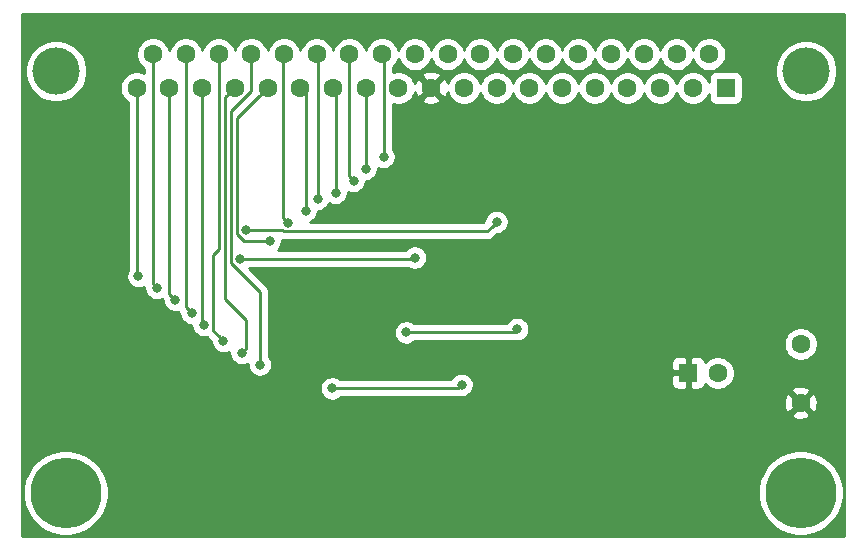
<source format=gbr>
G04 #@! TF.GenerationSoftware,KiCad,Pcbnew,5.1.5-52549c5~84~ubuntu18.04.1*
G04 #@! TF.CreationDate,2020-04-22T17:59:46-07:00*
G04 #@! TF.ProjectId,rom,726f6d2e-6b69-4636-9164-5f7063625858,rev?*
G04 #@! TF.SameCoordinates,Original*
G04 #@! TF.FileFunction,Copper,L2,Bot*
G04 #@! TF.FilePolarity,Positive*
%FSLAX46Y46*%
G04 Gerber Fmt 4.6, Leading zero omitted, Abs format (unit mm)*
G04 Created by KiCad (PCBNEW 5.1.5-52549c5~84~ubuntu18.04.1) date 2020-04-22 17:59:46*
%MOMM*%
%LPD*%
G04 APERTURE LIST*
%ADD10C,4.000000*%
%ADD11C,1.600000*%
%ADD12R,1.600000X1.600000*%
%ADD13C,6.000000*%
%ADD14C,0.800000*%
%ADD15C,0.250000*%
%ADD16C,0.254000*%
G04 APERTURE END LIST*
D10*
X128740000Y-45570000D03*
X192240000Y-45570000D03*
D11*
X136945000Y-44150000D03*
X139715000Y-44150000D03*
X142485000Y-44150000D03*
X145255000Y-44150000D03*
X148025000Y-44150000D03*
X150795000Y-44150000D03*
X153565000Y-44150000D03*
X156335000Y-44150000D03*
X159105000Y-44150000D03*
X161875000Y-44150000D03*
X164645000Y-44150000D03*
X167415000Y-44150000D03*
X170185000Y-44150000D03*
X172955000Y-44150000D03*
X175725000Y-44150000D03*
X178495000Y-44150000D03*
X181265000Y-44150000D03*
X184035000Y-44150000D03*
X135560000Y-46990000D03*
X138330000Y-46990000D03*
X141100000Y-46990000D03*
X143870000Y-46990000D03*
X146640000Y-46990000D03*
X149410000Y-46990000D03*
X152180000Y-46990000D03*
X154950000Y-46990000D03*
X157720000Y-46990000D03*
X160490000Y-46990000D03*
X163260000Y-46990000D03*
X166030000Y-46990000D03*
X168800000Y-46990000D03*
X171570000Y-46990000D03*
X174340000Y-46990000D03*
X177110000Y-46990000D03*
X179880000Y-46990000D03*
X182650000Y-46990000D03*
D12*
X185420000Y-46990000D03*
D11*
X191770000Y-68660000D03*
X191770000Y-73660000D03*
X184745000Y-71120000D03*
D12*
X182245000Y-71120000D03*
D13*
X191770000Y-81280000D03*
X129540000Y-81280000D03*
D14*
X151761000Y-66925000D03*
X152400000Y-76200000D03*
X137243000Y-63925000D03*
X140208000Y-66040000D03*
X142903000Y-68425000D03*
X145983000Y-70425000D03*
X148336000Y-58420000D03*
X150876000Y-56388000D03*
X153924000Y-54864000D03*
X156464000Y-52832000D03*
X144272000Y-61468000D03*
X159105000Y-61367000D03*
X135703000Y-62925000D03*
X138783000Y-64925000D03*
X141224000Y-67056000D03*
X144443000Y-69425000D03*
X146812000Y-59944000D03*
X149860000Y-57404000D03*
X152400000Y-55880000D03*
X154940000Y-53848000D03*
X167779000Y-67425000D03*
X158372000Y-67688000D03*
X163068000Y-72136000D03*
X152111000Y-72425000D03*
X144780000Y-58985002D03*
X166030000Y-58334000D03*
D15*
X136945000Y-63627000D02*
X137243000Y-63925000D01*
X136945000Y-44150000D02*
X136945000Y-63627000D01*
X139715000Y-65547000D02*
X140208000Y-66040000D01*
X139715000Y-44150000D02*
X139715000Y-65547000D01*
X142503001Y-68025001D02*
X142903000Y-68425000D01*
X142022999Y-67544999D02*
X142503001Y-68025001D01*
X142022999Y-61119999D02*
X142022999Y-67544999D01*
X142485000Y-60657998D02*
X142022999Y-61119999D01*
X142485000Y-44150000D02*
X142485000Y-60657998D01*
X145255000Y-45281370D02*
X145255000Y-44150000D01*
X143546999Y-48978003D02*
X145255000Y-47270002D01*
X145255000Y-47270002D02*
X145255000Y-45281370D01*
X143546999Y-61816001D02*
X143546999Y-48978003D01*
X145983000Y-64252002D02*
X143546999Y-61816001D01*
X145983000Y-70425000D02*
X145983000Y-64252002D01*
X147936001Y-44238999D02*
X148025000Y-44150000D01*
X147936001Y-58020001D02*
X147936001Y-44238999D01*
X148336000Y-58420000D02*
X147936001Y-58020001D01*
X150876000Y-44231000D02*
X150795000Y-44150000D01*
X150876000Y-56388000D02*
X150876000Y-44231000D01*
X153524001Y-54464001D02*
X153524001Y-44190999D01*
X153524001Y-44190999D02*
X153565000Y-44150000D01*
X153924000Y-54864000D02*
X153524001Y-54464001D01*
X156464000Y-44279000D02*
X156335000Y-44150000D01*
X156464000Y-52832000D02*
X156464000Y-44279000D01*
X159004000Y-61468000D02*
X159105000Y-61367000D01*
X144272000Y-61468000D02*
X159004000Y-61468000D01*
X135560000Y-62782000D02*
X135703000Y-62925000D01*
X135560000Y-46990000D02*
X135560000Y-62782000D01*
X138330000Y-64472000D02*
X138783000Y-64925000D01*
X138330000Y-46990000D02*
X138330000Y-64472000D01*
X141100000Y-66932000D02*
X141224000Y-67056000D01*
X141100000Y-46990000D02*
X141100000Y-66932000D01*
X143070001Y-47789999D02*
X143870000Y-46990000D01*
X144842999Y-69025001D02*
X144842999Y-66610999D01*
X143070001Y-64838001D02*
X143070001Y-47789999D01*
X144842999Y-66610999D02*
X143070001Y-64838001D01*
X144443000Y-69425000D02*
X144842999Y-69025001D01*
X145840001Y-47789999D02*
X146640000Y-46990000D01*
X144054999Y-49575001D02*
X145840001Y-47789999D01*
X144054999Y-59333003D02*
X144054999Y-49575001D01*
X144665996Y-59944000D02*
X144054999Y-59333003D01*
X146812000Y-59944000D02*
X144665996Y-59944000D01*
X149860000Y-47440000D02*
X149410000Y-46990000D01*
X149860000Y-57404000D02*
X149860000Y-47440000D01*
X152400000Y-47210000D02*
X152180000Y-46990000D01*
X152400000Y-55880000D02*
X152400000Y-47210000D01*
X154940000Y-47000000D02*
X154950000Y-46990000D01*
X154940000Y-53848000D02*
X154940000Y-47000000D01*
X167516000Y-67688000D02*
X167779000Y-67425000D01*
X158372000Y-67688000D02*
X167516000Y-67688000D01*
X162779000Y-72425000D02*
X163068000Y-72136000D01*
X152111000Y-72425000D02*
X162779000Y-72425000D01*
X165630001Y-58733999D02*
X166030000Y-58334000D01*
X165218999Y-59145001D02*
X165630001Y-58733999D01*
X147987999Y-59145001D02*
X165218999Y-59145001D01*
X147828000Y-58985002D02*
X147987999Y-59145001D01*
X144780000Y-58985002D02*
X147828000Y-58985002D01*
D16*
G36*
X195453000Y-84963000D02*
G01*
X125857000Y-84963000D01*
X125857000Y-80921984D01*
X125905000Y-80921984D01*
X125905000Y-81638016D01*
X126044691Y-82340290D01*
X126318705Y-83001818D01*
X126716511Y-83597177D01*
X127222823Y-84103489D01*
X127818182Y-84501295D01*
X128479710Y-84775309D01*
X129181984Y-84915000D01*
X129898016Y-84915000D01*
X130600290Y-84775309D01*
X131261818Y-84501295D01*
X131857177Y-84103489D01*
X132363489Y-83597177D01*
X132761295Y-83001818D01*
X133035309Y-82340290D01*
X133175000Y-81638016D01*
X133175000Y-80921984D01*
X188135000Y-80921984D01*
X188135000Y-81638016D01*
X188274691Y-82340290D01*
X188548705Y-83001818D01*
X188946511Y-83597177D01*
X189452823Y-84103489D01*
X190048182Y-84501295D01*
X190709710Y-84775309D01*
X191411984Y-84915000D01*
X192128016Y-84915000D01*
X192830290Y-84775309D01*
X193491818Y-84501295D01*
X194087177Y-84103489D01*
X194593489Y-83597177D01*
X194991295Y-83001818D01*
X195265309Y-82340290D01*
X195405000Y-81638016D01*
X195405000Y-80921984D01*
X195265309Y-80219710D01*
X194991295Y-79558182D01*
X194593489Y-78962823D01*
X194087177Y-78456511D01*
X193491818Y-78058705D01*
X192830290Y-77784691D01*
X192128016Y-77645000D01*
X191411984Y-77645000D01*
X190709710Y-77784691D01*
X190048182Y-78058705D01*
X189452823Y-78456511D01*
X188946511Y-78962823D01*
X188548705Y-79558182D01*
X188274691Y-80219710D01*
X188135000Y-80921984D01*
X133175000Y-80921984D01*
X133035309Y-80219710D01*
X132761295Y-79558182D01*
X132363489Y-78962823D01*
X131857177Y-78456511D01*
X131261818Y-78058705D01*
X130600290Y-77784691D01*
X129898016Y-77645000D01*
X129181984Y-77645000D01*
X128479710Y-77784691D01*
X127818182Y-78058705D01*
X127222823Y-78456511D01*
X126716511Y-78962823D01*
X126318705Y-79558182D01*
X126044691Y-80219710D01*
X125905000Y-80921984D01*
X125857000Y-80921984D01*
X125857000Y-74652702D01*
X190956903Y-74652702D01*
X191028486Y-74896671D01*
X191283996Y-75017571D01*
X191558184Y-75086300D01*
X191840512Y-75100217D01*
X192120130Y-75058787D01*
X192386292Y-74963603D01*
X192511514Y-74896671D01*
X192583097Y-74652702D01*
X191770000Y-73839605D01*
X190956903Y-74652702D01*
X125857000Y-74652702D01*
X125857000Y-73730512D01*
X190329783Y-73730512D01*
X190371213Y-74010130D01*
X190466397Y-74276292D01*
X190533329Y-74401514D01*
X190777298Y-74473097D01*
X191590395Y-73660000D01*
X191949605Y-73660000D01*
X192762702Y-74473097D01*
X193006671Y-74401514D01*
X193127571Y-74146004D01*
X193196300Y-73871816D01*
X193210217Y-73589488D01*
X193168787Y-73309870D01*
X193073603Y-73043708D01*
X193006671Y-72918486D01*
X192762702Y-72846903D01*
X191949605Y-73660000D01*
X191590395Y-73660000D01*
X190777298Y-72846903D01*
X190533329Y-72918486D01*
X190412429Y-73173996D01*
X190343700Y-73448184D01*
X190329783Y-73730512D01*
X125857000Y-73730512D01*
X125857000Y-72323061D01*
X151076000Y-72323061D01*
X151076000Y-72526939D01*
X151115774Y-72726898D01*
X151193795Y-72915256D01*
X151307063Y-73084774D01*
X151451226Y-73228937D01*
X151620744Y-73342205D01*
X151809102Y-73420226D01*
X152009061Y-73460000D01*
X152212939Y-73460000D01*
X152412898Y-73420226D01*
X152601256Y-73342205D01*
X152770774Y-73228937D01*
X152814711Y-73185000D01*
X162741678Y-73185000D01*
X162779000Y-73188676D01*
X162816322Y-73185000D01*
X162816333Y-73185000D01*
X162927986Y-73174003D01*
X162949044Y-73167615D01*
X162966061Y-73171000D01*
X163169939Y-73171000D01*
X163369898Y-73131226D01*
X163558256Y-73053205D01*
X163727774Y-72939937D01*
X163871937Y-72795774D01*
X163957781Y-72667298D01*
X190956903Y-72667298D01*
X191770000Y-73480395D01*
X192583097Y-72667298D01*
X192511514Y-72423329D01*
X192256004Y-72302429D01*
X191981816Y-72233700D01*
X191699488Y-72219783D01*
X191419870Y-72261213D01*
X191153708Y-72356397D01*
X191028486Y-72423329D01*
X190956903Y-72667298D01*
X163957781Y-72667298D01*
X163985205Y-72626256D01*
X164063226Y-72437898D01*
X164103000Y-72237939D01*
X164103000Y-72034061D01*
X164080313Y-71920000D01*
X180806928Y-71920000D01*
X180819188Y-72044482D01*
X180855498Y-72164180D01*
X180914463Y-72274494D01*
X180993815Y-72371185D01*
X181090506Y-72450537D01*
X181200820Y-72509502D01*
X181320518Y-72545812D01*
X181445000Y-72558072D01*
X181959250Y-72555000D01*
X182118000Y-72396250D01*
X182118000Y-71247000D01*
X180968750Y-71247000D01*
X180810000Y-71405750D01*
X180806928Y-71920000D01*
X164080313Y-71920000D01*
X164063226Y-71834102D01*
X163985205Y-71645744D01*
X163871937Y-71476226D01*
X163727774Y-71332063D01*
X163558256Y-71218795D01*
X163369898Y-71140774D01*
X163169939Y-71101000D01*
X162966061Y-71101000D01*
X162766102Y-71140774D01*
X162577744Y-71218795D01*
X162408226Y-71332063D01*
X162264063Y-71476226D01*
X162150795Y-71645744D01*
X162142819Y-71665000D01*
X152814711Y-71665000D01*
X152770774Y-71621063D01*
X152601256Y-71507795D01*
X152412898Y-71429774D01*
X152212939Y-71390000D01*
X152009061Y-71390000D01*
X151809102Y-71429774D01*
X151620744Y-71507795D01*
X151451226Y-71621063D01*
X151307063Y-71765226D01*
X151193795Y-71934744D01*
X151115774Y-72123102D01*
X151076000Y-72323061D01*
X125857000Y-72323061D01*
X125857000Y-45310475D01*
X126105000Y-45310475D01*
X126105000Y-45829525D01*
X126206261Y-46338601D01*
X126404893Y-46818141D01*
X126693262Y-47249715D01*
X127060285Y-47616738D01*
X127491859Y-47905107D01*
X127971399Y-48103739D01*
X128480475Y-48205000D01*
X128999525Y-48205000D01*
X129508601Y-48103739D01*
X129988141Y-47905107D01*
X130419715Y-47616738D01*
X130786738Y-47249715D01*
X131054711Y-46848665D01*
X134125000Y-46848665D01*
X134125000Y-47131335D01*
X134180147Y-47408574D01*
X134288320Y-47669727D01*
X134445363Y-47904759D01*
X134645241Y-48104637D01*
X134800000Y-48208043D01*
X134800001Y-62413483D01*
X134785795Y-62434744D01*
X134707774Y-62623102D01*
X134668000Y-62823061D01*
X134668000Y-63026939D01*
X134707774Y-63226898D01*
X134785795Y-63415256D01*
X134899063Y-63584774D01*
X135043226Y-63728937D01*
X135212744Y-63842205D01*
X135401102Y-63920226D01*
X135601061Y-63960000D01*
X135804939Y-63960000D01*
X136004898Y-63920226D01*
X136193256Y-63842205D01*
X136208000Y-63832353D01*
X136208000Y-64026939D01*
X136247774Y-64226898D01*
X136325795Y-64415256D01*
X136439063Y-64584774D01*
X136583226Y-64728937D01*
X136752744Y-64842205D01*
X136941102Y-64920226D01*
X137141061Y-64960000D01*
X137344939Y-64960000D01*
X137544898Y-64920226D01*
X137678293Y-64864971D01*
X137695026Y-64896276D01*
X137747324Y-64960000D01*
X137748000Y-64960824D01*
X137748000Y-65026939D01*
X137787774Y-65226898D01*
X137865795Y-65415256D01*
X137979063Y-65584774D01*
X138123226Y-65728937D01*
X138292744Y-65842205D01*
X138481102Y-65920226D01*
X138681061Y-65960000D01*
X138884939Y-65960000D01*
X139055830Y-65926008D01*
X139080026Y-65971276D01*
X139120834Y-66021000D01*
X139173000Y-66084564D01*
X139173000Y-66141939D01*
X139212774Y-66341898D01*
X139290795Y-66530256D01*
X139404063Y-66699774D01*
X139548226Y-66843937D01*
X139717744Y-66957205D01*
X139906102Y-67035226D01*
X140106061Y-67075000D01*
X140189000Y-67075000D01*
X140189000Y-67157939D01*
X140228774Y-67357898D01*
X140306795Y-67546256D01*
X140420063Y-67715774D01*
X140564226Y-67859937D01*
X140733744Y-67973205D01*
X140922102Y-68051226D01*
X141122061Y-68091000D01*
X141325939Y-68091000D01*
X141465191Y-68063301D01*
X141482999Y-68085000D01*
X141511997Y-68108798D01*
X141868000Y-68464801D01*
X141868000Y-68526939D01*
X141907774Y-68726898D01*
X141985795Y-68915256D01*
X142099063Y-69084774D01*
X142243226Y-69228937D01*
X142412744Y-69342205D01*
X142601102Y-69420226D01*
X142801061Y-69460000D01*
X143004939Y-69460000D01*
X143204898Y-69420226D01*
X143393256Y-69342205D01*
X143408000Y-69332353D01*
X143408000Y-69526939D01*
X143447774Y-69726898D01*
X143525795Y-69915256D01*
X143639063Y-70084774D01*
X143783226Y-70228937D01*
X143952744Y-70342205D01*
X144141102Y-70420226D01*
X144341061Y-70460000D01*
X144544939Y-70460000D01*
X144744898Y-70420226D01*
X144933256Y-70342205D01*
X144948000Y-70332353D01*
X144948000Y-70526939D01*
X144987774Y-70726898D01*
X145065795Y-70915256D01*
X145179063Y-71084774D01*
X145323226Y-71228937D01*
X145492744Y-71342205D01*
X145681102Y-71420226D01*
X145881061Y-71460000D01*
X146084939Y-71460000D01*
X146284898Y-71420226D01*
X146473256Y-71342205D01*
X146642774Y-71228937D01*
X146786937Y-71084774D01*
X146900205Y-70915256D01*
X146978226Y-70726898D01*
X147018000Y-70526939D01*
X147018000Y-70323061D01*
X147017392Y-70320000D01*
X180806928Y-70320000D01*
X180810000Y-70834250D01*
X180968750Y-70993000D01*
X182118000Y-70993000D01*
X182118000Y-69843750D01*
X182372000Y-69843750D01*
X182372000Y-70993000D01*
X182392000Y-70993000D01*
X182392000Y-71247000D01*
X182372000Y-71247000D01*
X182372000Y-72396250D01*
X182530750Y-72555000D01*
X183045000Y-72558072D01*
X183169482Y-72545812D01*
X183289180Y-72509502D01*
X183399494Y-72450537D01*
X183496185Y-72371185D01*
X183575537Y-72274494D01*
X183634502Y-72164180D01*
X183663661Y-72068057D01*
X183830241Y-72234637D01*
X184065273Y-72391680D01*
X184326426Y-72499853D01*
X184603665Y-72555000D01*
X184886335Y-72555000D01*
X185163574Y-72499853D01*
X185424727Y-72391680D01*
X185659759Y-72234637D01*
X185859637Y-72034759D01*
X186016680Y-71799727D01*
X186124853Y-71538574D01*
X186180000Y-71261335D01*
X186180000Y-70978665D01*
X186124853Y-70701426D01*
X186016680Y-70440273D01*
X185859637Y-70205241D01*
X185659759Y-70005363D01*
X185424727Y-69848320D01*
X185163574Y-69740147D01*
X184886335Y-69685000D01*
X184603665Y-69685000D01*
X184326426Y-69740147D01*
X184065273Y-69848320D01*
X183830241Y-70005363D01*
X183663661Y-70171943D01*
X183634502Y-70075820D01*
X183575537Y-69965506D01*
X183496185Y-69868815D01*
X183399494Y-69789463D01*
X183289180Y-69730498D01*
X183169482Y-69694188D01*
X183045000Y-69681928D01*
X182530750Y-69685000D01*
X182372000Y-69843750D01*
X182118000Y-69843750D01*
X181959250Y-69685000D01*
X181445000Y-69681928D01*
X181320518Y-69694188D01*
X181200820Y-69730498D01*
X181090506Y-69789463D01*
X180993815Y-69868815D01*
X180914463Y-69965506D01*
X180855498Y-70075820D01*
X180819188Y-70195518D01*
X180806928Y-70320000D01*
X147017392Y-70320000D01*
X146978226Y-70123102D01*
X146900205Y-69934744D01*
X146786937Y-69765226D01*
X146743000Y-69721289D01*
X146743000Y-67586061D01*
X157337000Y-67586061D01*
X157337000Y-67789939D01*
X157376774Y-67989898D01*
X157454795Y-68178256D01*
X157568063Y-68347774D01*
X157712226Y-68491937D01*
X157881744Y-68605205D01*
X158070102Y-68683226D01*
X158270061Y-68723000D01*
X158473939Y-68723000D01*
X158673898Y-68683226D01*
X158862256Y-68605205D01*
X158991772Y-68518665D01*
X190335000Y-68518665D01*
X190335000Y-68801335D01*
X190390147Y-69078574D01*
X190498320Y-69339727D01*
X190655363Y-69574759D01*
X190855241Y-69774637D01*
X191090273Y-69931680D01*
X191351426Y-70039853D01*
X191628665Y-70095000D01*
X191911335Y-70095000D01*
X192188574Y-70039853D01*
X192449727Y-69931680D01*
X192684759Y-69774637D01*
X192884637Y-69574759D01*
X193041680Y-69339727D01*
X193149853Y-69078574D01*
X193205000Y-68801335D01*
X193205000Y-68518665D01*
X193149853Y-68241426D01*
X193041680Y-67980273D01*
X192884637Y-67745241D01*
X192684759Y-67545363D01*
X192449727Y-67388320D01*
X192188574Y-67280147D01*
X191911335Y-67225000D01*
X191628665Y-67225000D01*
X191351426Y-67280147D01*
X191090273Y-67388320D01*
X190855241Y-67545363D01*
X190655363Y-67745241D01*
X190498320Y-67980273D01*
X190390147Y-68241426D01*
X190335000Y-68518665D01*
X158991772Y-68518665D01*
X159031774Y-68491937D01*
X159075711Y-68448000D01*
X167478678Y-68448000D01*
X167516000Y-68451676D01*
X167553322Y-68448000D01*
X167553333Y-68448000D01*
X167595736Y-68443824D01*
X167677061Y-68460000D01*
X167880939Y-68460000D01*
X168080898Y-68420226D01*
X168269256Y-68342205D01*
X168438774Y-68228937D01*
X168582937Y-68084774D01*
X168696205Y-67915256D01*
X168774226Y-67726898D01*
X168814000Y-67526939D01*
X168814000Y-67323061D01*
X168774226Y-67123102D01*
X168696205Y-66934744D01*
X168582937Y-66765226D01*
X168438774Y-66621063D01*
X168269256Y-66507795D01*
X168080898Y-66429774D01*
X167880939Y-66390000D01*
X167677061Y-66390000D01*
X167477102Y-66429774D01*
X167288744Y-66507795D01*
X167119226Y-66621063D01*
X166975063Y-66765226D01*
X166866301Y-66928000D01*
X159075711Y-66928000D01*
X159031774Y-66884063D01*
X158862256Y-66770795D01*
X158673898Y-66692774D01*
X158473939Y-66653000D01*
X158270061Y-66653000D01*
X158070102Y-66692774D01*
X157881744Y-66770795D01*
X157712226Y-66884063D01*
X157568063Y-67028226D01*
X157454795Y-67197744D01*
X157376774Y-67386102D01*
X157337000Y-67586061D01*
X146743000Y-67586061D01*
X146743000Y-64289327D01*
X146746676Y-64252002D01*
X146743000Y-64214677D01*
X146743000Y-64214669D01*
X146732003Y-64103016D01*
X146688546Y-63959755D01*
X146617974Y-63827726D01*
X146523001Y-63712001D01*
X146494003Y-63688203D01*
X145033799Y-62228000D01*
X158530627Y-62228000D01*
X158614744Y-62284205D01*
X158803102Y-62362226D01*
X159003061Y-62402000D01*
X159206939Y-62402000D01*
X159406898Y-62362226D01*
X159595256Y-62284205D01*
X159764774Y-62170937D01*
X159908937Y-62026774D01*
X160022205Y-61857256D01*
X160100226Y-61668898D01*
X160140000Y-61468939D01*
X160140000Y-61265061D01*
X160100226Y-61065102D01*
X160022205Y-60876744D01*
X159908937Y-60707226D01*
X159764774Y-60563063D01*
X159595256Y-60449795D01*
X159406898Y-60371774D01*
X159206939Y-60332000D01*
X159003061Y-60332000D01*
X158803102Y-60371774D01*
X158614744Y-60449795D01*
X158445226Y-60563063D01*
X158301063Y-60707226D01*
X158300546Y-60708000D01*
X147511711Y-60708000D01*
X147615937Y-60603774D01*
X147729205Y-60434256D01*
X147807226Y-60245898D01*
X147847000Y-60045939D01*
X147847000Y-59894791D01*
X147950666Y-59905001D01*
X147950674Y-59905001D01*
X147987999Y-59908677D01*
X148025324Y-59905001D01*
X165181677Y-59905001D01*
X165218999Y-59908677D01*
X165256321Y-59905001D01*
X165256332Y-59905001D01*
X165367985Y-59894004D01*
X165511246Y-59850547D01*
X165643275Y-59779975D01*
X165759000Y-59685002D01*
X165782803Y-59655998D01*
X166069801Y-59369000D01*
X166131939Y-59369000D01*
X166331898Y-59329226D01*
X166520256Y-59251205D01*
X166689774Y-59137937D01*
X166833937Y-58993774D01*
X166947205Y-58824256D01*
X167025226Y-58635898D01*
X167065000Y-58435939D01*
X167065000Y-58232061D01*
X167025226Y-58032102D01*
X166947205Y-57843744D01*
X166833937Y-57674226D01*
X166689774Y-57530063D01*
X166520256Y-57416795D01*
X166331898Y-57338774D01*
X166131939Y-57299000D01*
X165928061Y-57299000D01*
X165728102Y-57338774D01*
X165539744Y-57416795D01*
X165370226Y-57530063D01*
X165226063Y-57674226D01*
X165112795Y-57843744D01*
X165034774Y-58032102D01*
X164995000Y-58232061D01*
X164995000Y-58294199D01*
X164904198Y-58385001D01*
X150196240Y-58385001D01*
X150350256Y-58321205D01*
X150519774Y-58207937D01*
X150663937Y-58063774D01*
X150777205Y-57894256D01*
X150855226Y-57705898D01*
X150895000Y-57505939D01*
X150895000Y-57423000D01*
X150977939Y-57423000D01*
X151177898Y-57383226D01*
X151366256Y-57305205D01*
X151535774Y-57191937D01*
X151679937Y-57047774D01*
X151793205Y-56878256D01*
X151844763Y-56753786D01*
X151909744Y-56797205D01*
X152098102Y-56875226D01*
X152298061Y-56915000D01*
X152501939Y-56915000D01*
X152701898Y-56875226D01*
X152890256Y-56797205D01*
X153059774Y-56683937D01*
X153203937Y-56539774D01*
X153317205Y-56370256D01*
X153395226Y-56181898D01*
X153435000Y-55981939D01*
X153435000Y-55781725D01*
X153622102Y-55859226D01*
X153822061Y-55899000D01*
X154025939Y-55899000D01*
X154225898Y-55859226D01*
X154414256Y-55781205D01*
X154583774Y-55667937D01*
X154727937Y-55523774D01*
X154841205Y-55354256D01*
X154919226Y-55165898D01*
X154959000Y-54965939D01*
X154959000Y-54883000D01*
X155041939Y-54883000D01*
X155241898Y-54843226D01*
X155430256Y-54765205D01*
X155599774Y-54651937D01*
X155743937Y-54507774D01*
X155857205Y-54338256D01*
X155935226Y-54149898D01*
X155975000Y-53949939D01*
X155975000Y-53749725D01*
X156162102Y-53827226D01*
X156362061Y-53867000D01*
X156565939Y-53867000D01*
X156765898Y-53827226D01*
X156954256Y-53749205D01*
X157123774Y-53635937D01*
X157267937Y-53491774D01*
X157381205Y-53322256D01*
X157459226Y-53133898D01*
X157499000Y-52933939D01*
X157499000Y-52730061D01*
X157459226Y-52530102D01*
X157381205Y-52341744D01*
X157267937Y-52172226D01*
X157224000Y-52128289D01*
X157224000Y-48337782D01*
X157301426Y-48369853D01*
X157578665Y-48425000D01*
X157861335Y-48425000D01*
X158138574Y-48369853D01*
X158399727Y-48261680D01*
X158634759Y-48104637D01*
X158756694Y-47982702D01*
X159676903Y-47982702D01*
X159748486Y-48226671D01*
X160003996Y-48347571D01*
X160278184Y-48416300D01*
X160560512Y-48430217D01*
X160840130Y-48388787D01*
X161106292Y-48293603D01*
X161231514Y-48226671D01*
X161303097Y-47982702D01*
X160490000Y-47169605D01*
X159676903Y-47982702D01*
X158756694Y-47982702D01*
X158834637Y-47904759D01*
X158991680Y-47669727D01*
X159099853Y-47408574D01*
X159105513Y-47380118D01*
X159186397Y-47606292D01*
X159253329Y-47731514D01*
X159497298Y-47803097D01*
X160310395Y-46990000D01*
X160669605Y-46990000D01*
X161482702Y-47803097D01*
X161726671Y-47731514D01*
X161847571Y-47476004D01*
X161873212Y-47373711D01*
X161880147Y-47408574D01*
X161988320Y-47669727D01*
X162145363Y-47904759D01*
X162345241Y-48104637D01*
X162580273Y-48261680D01*
X162841426Y-48369853D01*
X163118665Y-48425000D01*
X163401335Y-48425000D01*
X163678574Y-48369853D01*
X163939727Y-48261680D01*
X164174759Y-48104637D01*
X164374637Y-47904759D01*
X164531680Y-47669727D01*
X164639853Y-47408574D01*
X164645000Y-47382699D01*
X164650147Y-47408574D01*
X164758320Y-47669727D01*
X164915363Y-47904759D01*
X165115241Y-48104637D01*
X165350273Y-48261680D01*
X165611426Y-48369853D01*
X165888665Y-48425000D01*
X166171335Y-48425000D01*
X166448574Y-48369853D01*
X166709727Y-48261680D01*
X166944759Y-48104637D01*
X167144637Y-47904759D01*
X167301680Y-47669727D01*
X167409853Y-47408574D01*
X167415000Y-47382699D01*
X167420147Y-47408574D01*
X167528320Y-47669727D01*
X167685363Y-47904759D01*
X167885241Y-48104637D01*
X168120273Y-48261680D01*
X168381426Y-48369853D01*
X168658665Y-48425000D01*
X168941335Y-48425000D01*
X169218574Y-48369853D01*
X169479727Y-48261680D01*
X169714759Y-48104637D01*
X169914637Y-47904759D01*
X170071680Y-47669727D01*
X170179853Y-47408574D01*
X170185000Y-47382699D01*
X170190147Y-47408574D01*
X170298320Y-47669727D01*
X170455363Y-47904759D01*
X170655241Y-48104637D01*
X170890273Y-48261680D01*
X171151426Y-48369853D01*
X171428665Y-48425000D01*
X171711335Y-48425000D01*
X171988574Y-48369853D01*
X172249727Y-48261680D01*
X172484759Y-48104637D01*
X172684637Y-47904759D01*
X172841680Y-47669727D01*
X172949853Y-47408574D01*
X172955000Y-47382699D01*
X172960147Y-47408574D01*
X173068320Y-47669727D01*
X173225363Y-47904759D01*
X173425241Y-48104637D01*
X173660273Y-48261680D01*
X173921426Y-48369853D01*
X174198665Y-48425000D01*
X174481335Y-48425000D01*
X174758574Y-48369853D01*
X175019727Y-48261680D01*
X175254759Y-48104637D01*
X175454637Y-47904759D01*
X175611680Y-47669727D01*
X175719853Y-47408574D01*
X175725000Y-47382699D01*
X175730147Y-47408574D01*
X175838320Y-47669727D01*
X175995363Y-47904759D01*
X176195241Y-48104637D01*
X176430273Y-48261680D01*
X176691426Y-48369853D01*
X176968665Y-48425000D01*
X177251335Y-48425000D01*
X177528574Y-48369853D01*
X177789727Y-48261680D01*
X178024759Y-48104637D01*
X178224637Y-47904759D01*
X178381680Y-47669727D01*
X178489853Y-47408574D01*
X178495000Y-47382699D01*
X178500147Y-47408574D01*
X178608320Y-47669727D01*
X178765363Y-47904759D01*
X178965241Y-48104637D01*
X179200273Y-48261680D01*
X179461426Y-48369853D01*
X179738665Y-48425000D01*
X180021335Y-48425000D01*
X180298574Y-48369853D01*
X180559727Y-48261680D01*
X180794759Y-48104637D01*
X180994637Y-47904759D01*
X181151680Y-47669727D01*
X181259853Y-47408574D01*
X181265000Y-47382699D01*
X181270147Y-47408574D01*
X181378320Y-47669727D01*
X181535363Y-47904759D01*
X181735241Y-48104637D01*
X181970273Y-48261680D01*
X182231426Y-48369853D01*
X182508665Y-48425000D01*
X182791335Y-48425000D01*
X183068574Y-48369853D01*
X183329727Y-48261680D01*
X183564759Y-48104637D01*
X183764637Y-47904759D01*
X183921680Y-47669727D01*
X183981928Y-47524275D01*
X183981928Y-47790000D01*
X183994188Y-47914482D01*
X184030498Y-48034180D01*
X184089463Y-48144494D01*
X184168815Y-48241185D01*
X184265506Y-48320537D01*
X184375820Y-48379502D01*
X184495518Y-48415812D01*
X184620000Y-48428072D01*
X186220000Y-48428072D01*
X186344482Y-48415812D01*
X186464180Y-48379502D01*
X186574494Y-48320537D01*
X186671185Y-48241185D01*
X186750537Y-48144494D01*
X186809502Y-48034180D01*
X186845812Y-47914482D01*
X186858072Y-47790000D01*
X186858072Y-46190000D01*
X186845812Y-46065518D01*
X186809502Y-45945820D01*
X186750537Y-45835506D01*
X186671185Y-45738815D01*
X186574494Y-45659463D01*
X186464180Y-45600498D01*
X186344482Y-45564188D01*
X186220000Y-45551928D01*
X184620000Y-45551928D01*
X184495518Y-45564188D01*
X184375820Y-45600498D01*
X184265506Y-45659463D01*
X184168815Y-45738815D01*
X184089463Y-45835506D01*
X184030498Y-45945820D01*
X183994188Y-46065518D01*
X183981928Y-46190000D01*
X183981928Y-46455725D01*
X183921680Y-46310273D01*
X183764637Y-46075241D01*
X183564759Y-45875363D01*
X183329727Y-45718320D01*
X183068574Y-45610147D01*
X182791335Y-45555000D01*
X182508665Y-45555000D01*
X182231426Y-45610147D01*
X181970273Y-45718320D01*
X181735241Y-45875363D01*
X181535363Y-46075241D01*
X181378320Y-46310273D01*
X181270147Y-46571426D01*
X181265000Y-46597301D01*
X181259853Y-46571426D01*
X181151680Y-46310273D01*
X180994637Y-46075241D01*
X180794759Y-45875363D01*
X180559727Y-45718320D01*
X180298574Y-45610147D01*
X180021335Y-45555000D01*
X179738665Y-45555000D01*
X179461426Y-45610147D01*
X179200273Y-45718320D01*
X178965241Y-45875363D01*
X178765363Y-46075241D01*
X178608320Y-46310273D01*
X178500147Y-46571426D01*
X178495000Y-46597301D01*
X178489853Y-46571426D01*
X178381680Y-46310273D01*
X178224637Y-46075241D01*
X178024759Y-45875363D01*
X177789727Y-45718320D01*
X177528574Y-45610147D01*
X177251335Y-45555000D01*
X176968665Y-45555000D01*
X176691426Y-45610147D01*
X176430273Y-45718320D01*
X176195241Y-45875363D01*
X175995363Y-46075241D01*
X175838320Y-46310273D01*
X175730147Y-46571426D01*
X175725000Y-46597301D01*
X175719853Y-46571426D01*
X175611680Y-46310273D01*
X175454637Y-46075241D01*
X175254759Y-45875363D01*
X175019727Y-45718320D01*
X174758574Y-45610147D01*
X174481335Y-45555000D01*
X174198665Y-45555000D01*
X173921426Y-45610147D01*
X173660273Y-45718320D01*
X173425241Y-45875363D01*
X173225363Y-46075241D01*
X173068320Y-46310273D01*
X172960147Y-46571426D01*
X172955000Y-46597301D01*
X172949853Y-46571426D01*
X172841680Y-46310273D01*
X172684637Y-46075241D01*
X172484759Y-45875363D01*
X172249727Y-45718320D01*
X171988574Y-45610147D01*
X171711335Y-45555000D01*
X171428665Y-45555000D01*
X171151426Y-45610147D01*
X170890273Y-45718320D01*
X170655241Y-45875363D01*
X170455363Y-46075241D01*
X170298320Y-46310273D01*
X170190147Y-46571426D01*
X170185000Y-46597301D01*
X170179853Y-46571426D01*
X170071680Y-46310273D01*
X169914637Y-46075241D01*
X169714759Y-45875363D01*
X169479727Y-45718320D01*
X169218574Y-45610147D01*
X168941335Y-45555000D01*
X168658665Y-45555000D01*
X168381426Y-45610147D01*
X168120273Y-45718320D01*
X167885241Y-45875363D01*
X167685363Y-46075241D01*
X167528320Y-46310273D01*
X167420147Y-46571426D01*
X167415000Y-46597301D01*
X167409853Y-46571426D01*
X167301680Y-46310273D01*
X167144637Y-46075241D01*
X166944759Y-45875363D01*
X166709727Y-45718320D01*
X166448574Y-45610147D01*
X166171335Y-45555000D01*
X165888665Y-45555000D01*
X165611426Y-45610147D01*
X165350273Y-45718320D01*
X165115241Y-45875363D01*
X164915363Y-46075241D01*
X164758320Y-46310273D01*
X164650147Y-46571426D01*
X164645000Y-46597301D01*
X164639853Y-46571426D01*
X164531680Y-46310273D01*
X164374637Y-46075241D01*
X164174759Y-45875363D01*
X163939727Y-45718320D01*
X163678574Y-45610147D01*
X163401335Y-45555000D01*
X163118665Y-45555000D01*
X162841426Y-45610147D01*
X162580273Y-45718320D01*
X162345241Y-45875363D01*
X162145363Y-46075241D01*
X161988320Y-46310273D01*
X161880147Y-46571426D01*
X161874487Y-46599882D01*
X161793603Y-46373708D01*
X161726671Y-46248486D01*
X161482702Y-46176903D01*
X160669605Y-46990000D01*
X160310395Y-46990000D01*
X159497298Y-46176903D01*
X159253329Y-46248486D01*
X159132429Y-46503996D01*
X159106788Y-46606289D01*
X159099853Y-46571426D01*
X158991680Y-46310273D01*
X158834637Y-46075241D01*
X158756694Y-45997298D01*
X159676903Y-45997298D01*
X160490000Y-46810395D01*
X161303097Y-45997298D01*
X161231514Y-45753329D01*
X160976004Y-45632429D01*
X160701816Y-45563700D01*
X160419488Y-45549783D01*
X160139870Y-45591213D01*
X159873708Y-45686397D01*
X159748486Y-45753329D01*
X159676903Y-45997298D01*
X158756694Y-45997298D01*
X158634759Y-45875363D01*
X158399727Y-45718320D01*
X158138574Y-45610147D01*
X157861335Y-45555000D01*
X157578665Y-45555000D01*
X157301426Y-45610147D01*
X157224000Y-45642218D01*
X157224000Y-45281849D01*
X157249759Y-45264637D01*
X157449637Y-45064759D01*
X157606680Y-44829727D01*
X157714853Y-44568574D01*
X157720000Y-44542699D01*
X157725147Y-44568574D01*
X157833320Y-44829727D01*
X157990363Y-45064759D01*
X158190241Y-45264637D01*
X158425273Y-45421680D01*
X158686426Y-45529853D01*
X158963665Y-45585000D01*
X159246335Y-45585000D01*
X159523574Y-45529853D01*
X159784727Y-45421680D01*
X160019759Y-45264637D01*
X160219637Y-45064759D01*
X160376680Y-44829727D01*
X160484853Y-44568574D01*
X160490000Y-44542699D01*
X160495147Y-44568574D01*
X160603320Y-44829727D01*
X160760363Y-45064759D01*
X160960241Y-45264637D01*
X161195273Y-45421680D01*
X161456426Y-45529853D01*
X161733665Y-45585000D01*
X162016335Y-45585000D01*
X162293574Y-45529853D01*
X162554727Y-45421680D01*
X162789759Y-45264637D01*
X162989637Y-45064759D01*
X163146680Y-44829727D01*
X163254853Y-44568574D01*
X163260000Y-44542699D01*
X163265147Y-44568574D01*
X163373320Y-44829727D01*
X163530363Y-45064759D01*
X163730241Y-45264637D01*
X163965273Y-45421680D01*
X164226426Y-45529853D01*
X164503665Y-45585000D01*
X164786335Y-45585000D01*
X165063574Y-45529853D01*
X165324727Y-45421680D01*
X165559759Y-45264637D01*
X165759637Y-45064759D01*
X165916680Y-44829727D01*
X166024853Y-44568574D01*
X166030000Y-44542699D01*
X166035147Y-44568574D01*
X166143320Y-44829727D01*
X166300363Y-45064759D01*
X166500241Y-45264637D01*
X166735273Y-45421680D01*
X166996426Y-45529853D01*
X167273665Y-45585000D01*
X167556335Y-45585000D01*
X167833574Y-45529853D01*
X168094727Y-45421680D01*
X168329759Y-45264637D01*
X168529637Y-45064759D01*
X168686680Y-44829727D01*
X168794853Y-44568574D01*
X168800000Y-44542699D01*
X168805147Y-44568574D01*
X168913320Y-44829727D01*
X169070363Y-45064759D01*
X169270241Y-45264637D01*
X169505273Y-45421680D01*
X169766426Y-45529853D01*
X170043665Y-45585000D01*
X170326335Y-45585000D01*
X170603574Y-45529853D01*
X170864727Y-45421680D01*
X171099759Y-45264637D01*
X171299637Y-45064759D01*
X171456680Y-44829727D01*
X171564853Y-44568574D01*
X171570000Y-44542699D01*
X171575147Y-44568574D01*
X171683320Y-44829727D01*
X171840363Y-45064759D01*
X172040241Y-45264637D01*
X172275273Y-45421680D01*
X172536426Y-45529853D01*
X172813665Y-45585000D01*
X173096335Y-45585000D01*
X173373574Y-45529853D01*
X173634727Y-45421680D01*
X173869759Y-45264637D01*
X174069637Y-45064759D01*
X174226680Y-44829727D01*
X174334853Y-44568574D01*
X174340000Y-44542699D01*
X174345147Y-44568574D01*
X174453320Y-44829727D01*
X174610363Y-45064759D01*
X174810241Y-45264637D01*
X175045273Y-45421680D01*
X175306426Y-45529853D01*
X175583665Y-45585000D01*
X175866335Y-45585000D01*
X176143574Y-45529853D01*
X176404727Y-45421680D01*
X176639759Y-45264637D01*
X176839637Y-45064759D01*
X176996680Y-44829727D01*
X177104853Y-44568574D01*
X177110000Y-44542699D01*
X177115147Y-44568574D01*
X177223320Y-44829727D01*
X177380363Y-45064759D01*
X177580241Y-45264637D01*
X177815273Y-45421680D01*
X178076426Y-45529853D01*
X178353665Y-45585000D01*
X178636335Y-45585000D01*
X178913574Y-45529853D01*
X179174727Y-45421680D01*
X179409759Y-45264637D01*
X179609637Y-45064759D01*
X179766680Y-44829727D01*
X179874853Y-44568574D01*
X179880000Y-44542699D01*
X179885147Y-44568574D01*
X179993320Y-44829727D01*
X180150363Y-45064759D01*
X180350241Y-45264637D01*
X180585273Y-45421680D01*
X180846426Y-45529853D01*
X181123665Y-45585000D01*
X181406335Y-45585000D01*
X181683574Y-45529853D01*
X181944727Y-45421680D01*
X182179759Y-45264637D01*
X182379637Y-45064759D01*
X182536680Y-44829727D01*
X182644853Y-44568574D01*
X182650000Y-44542699D01*
X182655147Y-44568574D01*
X182763320Y-44829727D01*
X182920363Y-45064759D01*
X183120241Y-45264637D01*
X183355273Y-45421680D01*
X183616426Y-45529853D01*
X183893665Y-45585000D01*
X184176335Y-45585000D01*
X184453574Y-45529853D01*
X184714727Y-45421680D01*
X184881157Y-45310475D01*
X189605000Y-45310475D01*
X189605000Y-45829525D01*
X189706261Y-46338601D01*
X189904893Y-46818141D01*
X190193262Y-47249715D01*
X190560285Y-47616738D01*
X190991859Y-47905107D01*
X191471399Y-48103739D01*
X191980475Y-48205000D01*
X192499525Y-48205000D01*
X193008601Y-48103739D01*
X193488141Y-47905107D01*
X193919715Y-47616738D01*
X194286738Y-47249715D01*
X194575107Y-46818141D01*
X194773739Y-46338601D01*
X194875000Y-45829525D01*
X194875000Y-45310475D01*
X194773739Y-44801399D01*
X194575107Y-44321859D01*
X194286738Y-43890285D01*
X193919715Y-43523262D01*
X193488141Y-43234893D01*
X193008601Y-43036261D01*
X192499525Y-42935000D01*
X191980475Y-42935000D01*
X191471399Y-43036261D01*
X190991859Y-43234893D01*
X190560285Y-43523262D01*
X190193262Y-43890285D01*
X189904893Y-44321859D01*
X189706261Y-44801399D01*
X189605000Y-45310475D01*
X184881157Y-45310475D01*
X184949759Y-45264637D01*
X185149637Y-45064759D01*
X185306680Y-44829727D01*
X185414853Y-44568574D01*
X185470000Y-44291335D01*
X185470000Y-44008665D01*
X185414853Y-43731426D01*
X185306680Y-43470273D01*
X185149637Y-43235241D01*
X184949759Y-43035363D01*
X184714727Y-42878320D01*
X184453574Y-42770147D01*
X184176335Y-42715000D01*
X183893665Y-42715000D01*
X183616426Y-42770147D01*
X183355273Y-42878320D01*
X183120241Y-43035363D01*
X182920363Y-43235241D01*
X182763320Y-43470273D01*
X182655147Y-43731426D01*
X182650000Y-43757301D01*
X182644853Y-43731426D01*
X182536680Y-43470273D01*
X182379637Y-43235241D01*
X182179759Y-43035363D01*
X181944727Y-42878320D01*
X181683574Y-42770147D01*
X181406335Y-42715000D01*
X181123665Y-42715000D01*
X180846426Y-42770147D01*
X180585273Y-42878320D01*
X180350241Y-43035363D01*
X180150363Y-43235241D01*
X179993320Y-43470273D01*
X179885147Y-43731426D01*
X179880000Y-43757301D01*
X179874853Y-43731426D01*
X179766680Y-43470273D01*
X179609637Y-43235241D01*
X179409759Y-43035363D01*
X179174727Y-42878320D01*
X178913574Y-42770147D01*
X178636335Y-42715000D01*
X178353665Y-42715000D01*
X178076426Y-42770147D01*
X177815273Y-42878320D01*
X177580241Y-43035363D01*
X177380363Y-43235241D01*
X177223320Y-43470273D01*
X177115147Y-43731426D01*
X177110000Y-43757301D01*
X177104853Y-43731426D01*
X176996680Y-43470273D01*
X176839637Y-43235241D01*
X176639759Y-43035363D01*
X176404727Y-42878320D01*
X176143574Y-42770147D01*
X175866335Y-42715000D01*
X175583665Y-42715000D01*
X175306426Y-42770147D01*
X175045273Y-42878320D01*
X174810241Y-43035363D01*
X174610363Y-43235241D01*
X174453320Y-43470273D01*
X174345147Y-43731426D01*
X174340000Y-43757301D01*
X174334853Y-43731426D01*
X174226680Y-43470273D01*
X174069637Y-43235241D01*
X173869759Y-43035363D01*
X173634727Y-42878320D01*
X173373574Y-42770147D01*
X173096335Y-42715000D01*
X172813665Y-42715000D01*
X172536426Y-42770147D01*
X172275273Y-42878320D01*
X172040241Y-43035363D01*
X171840363Y-43235241D01*
X171683320Y-43470273D01*
X171575147Y-43731426D01*
X171570000Y-43757301D01*
X171564853Y-43731426D01*
X171456680Y-43470273D01*
X171299637Y-43235241D01*
X171099759Y-43035363D01*
X170864727Y-42878320D01*
X170603574Y-42770147D01*
X170326335Y-42715000D01*
X170043665Y-42715000D01*
X169766426Y-42770147D01*
X169505273Y-42878320D01*
X169270241Y-43035363D01*
X169070363Y-43235241D01*
X168913320Y-43470273D01*
X168805147Y-43731426D01*
X168800000Y-43757301D01*
X168794853Y-43731426D01*
X168686680Y-43470273D01*
X168529637Y-43235241D01*
X168329759Y-43035363D01*
X168094727Y-42878320D01*
X167833574Y-42770147D01*
X167556335Y-42715000D01*
X167273665Y-42715000D01*
X166996426Y-42770147D01*
X166735273Y-42878320D01*
X166500241Y-43035363D01*
X166300363Y-43235241D01*
X166143320Y-43470273D01*
X166035147Y-43731426D01*
X166030000Y-43757301D01*
X166024853Y-43731426D01*
X165916680Y-43470273D01*
X165759637Y-43235241D01*
X165559759Y-43035363D01*
X165324727Y-42878320D01*
X165063574Y-42770147D01*
X164786335Y-42715000D01*
X164503665Y-42715000D01*
X164226426Y-42770147D01*
X163965273Y-42878320D01*
X163730241Y-43035363D01*
X163530363Y-43235241D01*
X163373320Y-43470273D01*
X163265147Y-43731426D01*
X163260000Y-43757301D01*
X163254853Y-43731426D01*
X163146680Y-43470273D01*
X162989637Y-43235241D01*
X162789759Y-43035363D01*
X162554727Y-42878320D01*
X162293574Y-42770147D01*
X162016335Y-42715000D01*
X161733665Y-42715000D01*
X161456426Y-42770147D01*
X161195273Y-42878320D01*
X160960241Y-43035363D01*
X160760363Y-43235241D01*
X160603320Y-43470273D01*
X160495147Y-43731426D01*
X160490000Y-43757301D01*
X160484853Y-43731426D01*
X160376680Y-43470273D01*
X160219637Y-43235241D01*
X160019759Y-43035363D01*
X159784727Y-42878320D01*
X159523574Y-42770147D01*
X159246335Y-42715000D01*
X158963665Y-42715000D01*
X158686426Y-42770147D01*
X158425273Y-42878320D01*
X158190241Y-43035363D01*
X157990363Y-43235241D01*
X157833320Y-43470273D01*
X157725147Y-43731426D01*
X157720000Y-43757301D01*
X157714853Y-43731426D01*
X157606680Y-43470273D01*
X157449637Y-43235241D01*
X157249759Y-43035363D01*
X157014727Y-42878320D01*
X156753574Y-42770147D01*
X156476335Y-42715000D01*
X156193665Y-42715000D01*
X155916426Y-42770147D01*
X155655273Y-42878320D01*
X155420241Y-43035363D01*
X155220363Y-43235241D01*
X155063320Y-43470273D01*
X154955147Y-43731426D01*
X154950000Y-43757301D01*
X154944853Y-43731426D01*
X154836680Y-43470273D01*
X154679637Y-43235241D01*
X154479759Y-43035363D01*
X154244727Y-42878320D01*
X153983574Y-42770147D01*
X153706335Y-42715000D01*
X153423665Y-42715000D01*
X153146426Y-42770147D01*
X152885273Y-42878320D01*
X152650241Y-43035363D01*
X152450363Y-43235241D01*
X152293320Y-43470273D01*
X152185147Y-43731426D01*
X152180000Y-43757301D01*
X152174853Y-43731426D01*
X152066680Y-43470273D01*
X151909637Y-43235241D01*
X151709759Y-43035363D01*
X151474727Y-42878320D01*
X151213574Y-42770147D01*
X150936335Y-42715000D01*
X150653665Y-42715000D01*
X150376426Y-42770147D01*
X150115273Y-42878320D01*
X149880241Y-43035363D01*
X149680363Y-43235241D01*
X149523320Y-43470273D01*
X149415147Y-43731426D01*
X149410000Y-43757301D01*
X149404853Y-43731426D01*
X149296680Y-43470273D01*
X149139637Y-43235241D01*
X148939759Y-43035363D01*
X148704727Y-42878320D01*
X148443574Y-42770147D01*
X148166335Y-42715000D01*
X147883665Y-42715000D01*
X147606426Y-42770147D01*
X147345273Y-42878320D01*
X147110241Y-43035363D01*
X146910363Y-43235241D01*
X146753320Y-43470273D01*
X146645147Y-43731426D01*
X146640000Y-43757301D01*
X146634853Y-43731426D01*
X146526680Y-43470273D01*
X146369637Y-43235241D01*
X146169759Y-43035363D01*
X145934727Y-42878320D01*
X145673574Y-42770147D01*
X145396335Y-42715000D01*
X145113665Y-42715000D01*
X144836426Y-42770147D01*
X144575273Y-42878320D01*
X144340241Y-43035363D01*
X144140363Y-43235241D01*
X143983320Y-43470273D01*
X143875147Y-43731426D01*
X143870000Y-43757301D01*
X143864853Y-43731426D01*
X143756680Y-43470273D01*
X143599637Y-43235241D01*
X143399759Y-43035363D01*
X143164727Y-42878320D01*
X142903574Y-42770147D01*
X142626335Y-42715000D01*
X142343665Y-42715000D01*
X142066426Y-42770147D01*
X141805273Y-42878320D01*
X141570241Y-43035363D01*
X141370363Y-43235241D01*
X141213320Y-43470273D01*
X141105147Y-43731426D01*
X141100000Y-43757301D01*
X141094853Y-43731426D01*
X140986680Y-43470273D01*
X140829637Y-43235241D01*
X140629759Y-43035363D01*
X140394727Y-42878320D01*
X140133574Y-42770147D01*
X139856335Y-42715000D01*
X139573665Y-42715000D01*
X139296426Y-42770147D01*
X139035273Y-42878320D01*
X138800241Y-43035363D01*
X138600363Y-43235241D01*
X138443320Y-43470273D01*
X138335147Y-43731426D01*
X138330000Y-43757301D01*
X138324853Y-43731426D01*
X138216680Y-43470273D01*
X138059637Y-43235241D01*
X137859759Y-43035363D01*
X137624727Y-42878320D01*
X137363574Y-42770147D01*
X137086335Y-42715000D01*
X136803665Y-42715000D01*
X136526426Y-42770147D01*
X136265273Y-42878320D01*
X136030241Y-43035363D01*
X135830363Y-43235241D01*
X135673320Y-43470273D01*
X135565147Y-43731426D01*
X135510000Y-44008665D01*
X135510000Y-44291335D01*
X135565147Y-44568574D01*
X135673320Y-44829727D01*
X135830363Y-45064759D01*
X136030241Y-45264637D01*
X136185000Y-45368043D01*
X136185000Y-45695651D01*
X135978574Y-45610147D01*
X135701335Y-45555000D01*
X135418665Y-45555000D01*
X135141426Y-45610147D01*
X134880273Y-45718320D01*
X134645241Y-45875363D01*
X134445363Y-46075241D01*
X134288320Y-46310273D01*
X134180147Y-46571426D01*
X134125000Y-46848665D01*
X131054711Y-46848665D01*
X131075107Y-46818141D01*
X131273739Y-46338601D01*
X131375000Y-45829525D01*
X131375000Y-45310475D01*
X131273739Y-44801399D01*
X131075107Y-44321859D01*
X130786738Y-43890285D01*
X130419715Y-43523262D01*
X129988141Y-43234893D01*
X129508601Y-43036261D01*
X128999525Y-42935000D01*
X128480475Y-42935000D01*
X127971399Y-43036261D01*
X127491859Y-43234893D01*
X127060285Y-43523262D01*
X126693262Y-43890285D01*
X126404893Y-44321859D01*
X126206261Y-44801399D01*
X126105000Y-45310475D01*
X125857000Y-45310475D01*
X125857000Y-40767000D01*
X195453000Y-40767000D01*
X195453000Y-84963000D01*
G37*
X195453000Y-84963000D02*
X125857000Y-84963000D01*
X125857000Y-80921984D01*
X125905000Y-80921984D01*
X125905000Y-81638016D01*
X126044691Y-82340290D01*
X126318705Y-83001818D01*
X126716511Y-83597177D01*
X127222823Y-84103489D01*
X127818182Y-84501295D01*
X128479710Y-84775309D01*
X129181984Y-84915000D01*
X129898016Y-84915000D01*
X130600290Y-84775309D01*
X131261818Y-84501295D01*
X131857177Y-84103489D01*
X132363489Y-83597177D01*
X132761295Y-83001818D01*
X133035309Y-82340290D01*
X133175000Y-81638016D01*
X133175000Y-80921984D01*
X188135000Y-80921984D01*
X188135000Y-81638016D01*
X188274691Y-82340290D01*
X188548705Y-83001818D01*
X188946511Y-83597177D01*
X189452823Y-84103489D01*
X190048182Y-84501295D01*
X190709710Y-84775309D01*
X191411984Y-84915000D01*
X192128016Y-84915000D01*
X192830290Y-84775309D01*
X193491818Y-84501295D01*
X194087177Y-84103489D01*
X194593489Y-83597177D01*
X194991295Y-83001818D01*
X195265309Y-82340290D01*
X195405000Y-81638016D01*
X195405000Y-80921984D01*
X195265309Y-80219710D01*
X194991295Y-79558182D01*
X194593489Y-78962823D01*
X194087177Y-78456511D01*
X193491818Y-78058705D01*
X192830290Y-77784691D01*
X192128016Y-77645000D01*
X191411984Y-77645000D01*
X190709710Y-77784691D01*
X190048182Y-78058705D01*
X189452823Y-78456511D01*
X188946511Y-78962823D01*
X188548705Y-79558182D01*
X188274691Y-80219710D01*
X188135000Y-80921984D01*
X133175000Y-80921984D01*
X133035309Y-80219710D01*
X132761295Y-79558182D01*
X132363489Y-78962823D01*
X131857177Y-78456511D01*
X131261818Y-78058705D01*
X130600290Y-77784691D01*
X129898016Y-77645000D01*
X129181984Y-77645000D01*
X128479710Y-77784691D01*
X127818182Y-78058705D01*
X127222823Y-78456511D01*
X126716511Y-78962823D01*
X126318705Y-79558182D01*
X126044691Y-80219710D01*
X125905000Y-80921984D01*
X125857000Y-80921984D01*
X125857000Y-74652702D01*
X190956903Y-74652702D01*
X191028486Y-74896671D01*
X191283996Y-75017571D01*
X191558184Y-75086300D01*
X191840512Y-75100217D01*
X192120130Y-75058787D01*
X192386292Y-74963603D01*
X192511514Y-74896671D01*
X192583097Y-74652702D01*
X191770000Y-73839605D01*
X190956903Y-74652702D01*
X125857000Y-74652702D01*
X125857000Y-73730512D01*
X190329783Y-73730512D01*
X190371213Y-74010130D01*
X190466397Y-74276292D01*
X190533329Y-74401514D01*
X190777298Y-74473097D01*
X191590395Y-73660000D01*
X191949605Y-73660000D01*
X192762702Y-74473097D01*
X193006671Y-74401514D01*
X193127571Y-74146004D01*
X193196300Y-73871816D01*
X193210217Y-73589488D01*
X193168787Y-73309870D01*
X193073603Y-73043708D01*
X193006671Y-72918486D01*
X192762702Y-72846903D01*
X191949605Y-73660000D01*
X191590395Y-73660000D01*
X190777298Y-72846903D01*
X190533329Y-72918486D01*
X190412429Y-73173996D01*
X190343700Y-73448184D01*
X190329783Y-73730512D01*
X125857000Y-73730512D01*
X125857000Y-72323061D01*
X151076000Y-72323061D01*
X151076000Y-72526939D01*
X151115774Y-72726898D01*
X151193795Y-72915256D01*
X151307063Y-73084774D01*
X151451226Y-73228937D01*
X151620744Y-73342205D01*
X151809102Y-73420226D01*
X152009061Y-73460000D01*
X152212939Y-73460000D01*
X152412898Y-73420226D01*
X152601256Y-73342205D01*
X152770774Y-73228937D01*
X152814711Y-73185000D01*
X162741678Y-73185000D01*
X162779000Y-73188676D01*
X162816322Y-73185000D01*
X162816333Y-73185000D01*
X162927986Y-73174003D01*
X162949044Y-73167615D01*
X162966061Y-73171000D01*
X163169939Y-73171000D01*
X163369898Y-73131226D01*
X163558256Y-73053205D01*
X163727774Y-72939937D01*
X163871937Y-72795774D01*
X163957781Y-72667298D01*
X190956903Y-72667298D01*
X191770000Y-73480395D01*
X192583097Y-72667298D01*
X192511514Y-72423329D01*
X192256004Y-72302429D01*
X191981816Y-72233700D01*
X191699488Y-72219783D01*
X191419870Y-72261213D01*
X191153708Y-72356397D01*
X191028486Y-72423329D01*
X190956903Y-72667298D01*
X163957781Y-72667298D01*
X163985205Y-72626256D01*
X164063226Y-72437898D01*
X164103000Y-72237939D01*
X164103000Y-72034061D01*
X164080313Y-71920000D01*
X180806928Y-71920000D01*
X180819188Y-72044482D01*
X180855498Y-72164180D01*
X180914463Y-72274494D01*
X180993815Y-72371185D01*
X181090506Y-72450537D01*
X181200820Y-72509502D01*
X181320518Y-72545812D01*
X181445000Y-72558072D01*
X181959250Y-72555000D01*
X182118000Y-72396250D01*
X182118000Y-71247000D01*
X180968750Y-71247000D01*
X180810000Y-71405750D01*
X180806928Y-71920000D01*
X164080313Y-71920000D01*
X164063226Y-71834102D01*
X163985205Y-71645744D01*
X163871937Y-71476226D01*
X163727774Y-71332063D01*
X163558256Y-71218795D01*
X163369898Y-71140774D01*
X163169939Y-71101000D01*
X162966061Y-71101000D01*
X162766102Y-71140774D01*
X162577744Y-71218795D01*
X162408226Y-71332063D01*
X162264063Y-71476226D01*
X162150795Y-71645744D01*
X162142819Y-71665000D01*
X152814711Y-71665000D01*
X152770774Y-71621063D01*
X152601256Y-71507795D01*
X152412898Y-71429774D01*
X152212939Y-71390000D01*
X152009061Y-71390000D01*
X151809102Y-71429774D01*
X151620744Y-71507795D01*
X151451226Y-71621063D01*
X151307063Y-71765226D01*
X151193795Y-71934744D01*
X151115774Y-72123102D01*
X151076000Y-72323061D01*
X125857000Y-72323061D01*
X125857000Y-45310475D01*
X126105000Y-45310475D01*
X126105000Y-45829525D01*
X126206261Y-46338601D01*
X126404893Y-46818141D01*
X126693262Y-47249715D01*
X127060285Y-47616738D01*
X127491859Y-47905107D01*
X127971399Y-48103739D01*
X128480475Y-48205000D01*
X128999525Y-48205000D01*
X129508601Y-48103739D01*
X129988141Y-47905107D01*
X130419715Y-47616738D01*
X130786738Y-47249715D01*
X131054711Y-46848665D01*
X134125000Y-46848665D01*
X134125000Y-47131335D01*
X134180147Y-47408574D01*
X134288320Y-47669727D01*
X134445363Y-47904759D01*
X134645241Y-48104637D01*
X134800000Y-48208043D01*
X134800001Y-62413483D01*
X134785795Y-62434744D01*
X134707774Y-62623102D01*
X134668000Y-62823061D01*
X134668000Y-63026939D01*
X134707774Y-63226898D01*
X134785795Y-63415256D01*
X134899063Y-63584774D01*
X135043226Y-63728937D01*
X135212744Y-63842205D01*
X135401102Y-63920226D01*
X135601061Y-63960000D01*
X135804939Y-63960000D01*
X136004898Y-63920226D01*
X136193256Y-63842205D01*
X136208000Y-63832353D01*
X136208000Y-64026939D01*
X136247774Y-64226898D01*
X136325795Y-64415256D01*
X136439063Y-64584774D01*
X136583226Y-64728937D01*
X136752744Y-64842205D01*
X136941102Y-64920226D01*
X137141061Y-64960000D01*
X137344939Y-64960000D01*
X137544898Y-64920226D01*
X137678293Y-64864971D01*
X137695026Y-64896276D01*
X137747324Y-64960000D01*
X137748000Y-64960824D01*
X137748000Y-65026939D01*
X137787774Y-65226898D01*
X137865795Y-65415256D01*
X137979063Y-65584774D01*
X138123226Y-65728937D01*
X138292744Y-65842205D01*
X138481102Y-65920226D01*
X138681061Y-65960000D01*
X138884939Y-65960000D01*
X139055830Y-65926008D01*
X139080026Y-65971276D01*
X139120834Y-66021000D01*
X139173000Y-66084564D01*
X139173000Y-66141939D01*
X139212774Y-66341898D01*
X139290795Y-66530256D01*
X139404063Y-66699774D01*
X139548226Y-66843937D01*
X139717744Y-66957205D01*
X139906102Y-67035226D01*
X140106061Y-67075000D01*
X140189000Y-67075000D01*
X140189000Y-67157939D01*
X140228774Y-67357898D01*
X140306795Y-67546256D01*
X140420063Y-67715774D01*
X140564226Y-67859937D01*
X140733744Y-67973205D01*
X140922102Y-68051226D01*
X141122061Y-68091000D01*
X141325939Y-68091000D01*
X141465191Y-68063301D01*
X141482999Y-68085000D01*
X141511997Y-68108798D01*
X141868000Y-68464801D01*
X141868000Y-68526939D01*
X141907774Y-68726898D01*
X141985795Y-68915256D01*
X142099063Y-69084774D01*
X142243226Y-69228937D01*
X142412744Y-69342205D01*
X142601102Y-69420226D01*
X142801061Y-69460000D01*
X143004939Y-69460000D01*
X143204898Y-69420226D01*
X143393256Y-69342205D01*
X143408000Y-69332353D01*
X143408000Y-69526939D01*
X143447774Y-69726898D01*
X143525795Y-69915256D01*
X143639063Y-70084774D01*
X143783226Y-70228937D01*
X143952744Y-70342205D01*
X144141102Y-70420226D01*
X144341061Y-70460000D01*
X144544939Y-70460000D01*
X144744898Y-70420226D01*
X144933256Y-70342205D01*
X144948000Y-70332353D01*
X144948000Y-70526939D01*
X144987774Y-70726898D01*
X145065795Y-70915256D01*
X145179063Y-71084774D01*
X145323226Y-71228937D01*
X145492744Y-71342205D01*
X145681102Y-71420226D01*
X145881061Y-71460000D01*
X146084939Y-71460000D01*
X146284898Y-71420226D01*
X146473256Y-71342205D01*
X146642774Y-71228937D01*
X146786937Y-71084774D01*
X146900205Y-70915256D01*
X146978226Y-70726898D01*
X147018000Y-70526939D01*
X147018000Y-70323061D01*
X147017392Y-70320000D01*
X180806928Y-70320000D01*
X180810000Y-70834250D01*
X180968750Y-70993000D01*
X182118000Y-70993000D01*
X182118000Y-69843750D01*
X182372000Y-69843750D01*
X182372000Y-70993000D01*
X182392000Y-70993000D01*
X182392000Y-71247000D01*
X182372000Y-71247000D01*
X182372000Y-72396250D01*
X182530750Y-72555000D01*
X183045000Y-72558072D01*
X183169482Y-72545812D01*
X183289180Y-72509502D01*
X183399494Y-72450537D01*
X183496185Y-72371185D01*
X183575537Y-72274494D01*
X183634502Y-72164180D01*
X183663661Y-72068057D01*
X183830241Y-72234637D01*
X184065273Y-72391680D01*
X184326426Y-72499853D01*
X184603665Y-72555000D01*
X184886335Y-72555000D01*
X185163574Y-72499853D01*
X185424727Y-72391680D01*
X185659759Y-72234637D01*
X185859637Y-72034759D01*
X186016680Y-71799727D01*
X186124853Y-71538574D01*
X186180000Y-71261335D01*
X186180000Y-70978665D01*
X186124853Y-70701426D01*
X186016680Y-70440273D01*
X185859637Y-70205241D01*
X185659759Y-70005363D01*
X185424727Y-69848320D01*
X185163574Y-69740147D01*
X184886335Y-69685000D01*
X184603665Y-69685000D01*
X184326426Y-69740147D01*
X184065273Y-69848320D01*
X183830241Y-70005363D01*
X183663661Y-70171943D01*
X183634502Y-70075820D01*
X183575537Y-69965506D01*
X183496185Y-69868815D01*
X183399494Y-69789463D01*
X183289180Y-69730498D01*
X183169482Y-69694188D01*
X183045000Y-69681928D01*
X182530750Y-69685000D01*
X182372000Y-69843750D01*
X182118000Y-69843750D01*
X181959250Y-69685000D01*
X181445000Y-69681928D01*
X181320518Y-69694188D01*
X181200820Y-69730498D01*
X181090506Y-69789463D01*
X180993815Y-69868815D01*
X180914463Y-69965506D01*
X180855498Y-70075820D01*
X180819188Y-70195518D01*
X180806928Y-70320000D01*
X147017392Y-70320000D01*
X146978226Y-70123102D01*
X146900205Y-69934744D01*
X146786937Y-69765226D01*
X146743000Y-69721289D01*
X146743000Y-67586061D01*
X157337000Y-67586061D01*
X157337000Y-67789939D01*
X157376774Y-67989898D01*
X157454795Y-68178256D01*
X157568063Y-68347774D01*
X157712226Y-68491937D01*
X157881744Y-68605205D01*
X158070102Y-68683226D01*
X158270061Y-68723000D01*
X158473939Y-68723000D01*
X158673898Y-68683226D01*
X158862256Y-68605205D01*
X158991772Y-68518665D01*
X190335000Y-68518665D01*
X190335000Y-68801335D01*
X190390147Y-69078574D01*
X190498320Y-69339727D01*
X190655363Y-69574759D01*
X190855241Y-69774637D01*
X191090273Y-69931680D01*
X191351426Y-70039853D01*
X191628665Y-70095000D01*
X191911335Y-70095000D01*
X192188574Y-70039853D01*
X192449727Y-69931680D01*
X192684759Y-69774637D01*
X192884637Y-69574759D01*
X193041680Y-69339727D01*
X193149853Y-69078574D01*
X193205000Y-68801335D01*
X193205000Y-68518665D01*
X193149853Y-68241426D01*
X193041680Y-67980273D01*
X192884637Y-67745241D01*
X192684759Y-67545363D01*
X192449727Y-67388320D01*
X192188574Y-67280147D01*
X191911335Y-67225000D01*
X191628665Y-67225000D01*
X191351426Y-67280147D01*
X191090273Y-67388320D01*
X190855241Y-67545363D01*
X190655363Y-67745241D01*
X190498320Y-67980273D01*
X190390147Y-68241426D01*
X190335000Y-68518665D01*
X158991772Y-68518665D01*
X159031774Y-68491937D01*
X159075711Y-68448000D01*
X167478678Y-68448000D01*
X167516000Y-68451676D01*
X167553322Y-68448000D01*
X167553333Y-68448000D01*
X167595736Y-68443824D01*
X167677061Y-68460000D01*
X167880939Y-68460000D01*
X168080898Y-68420226D01*
X168269256Y-68342205D01*
X168438774Y-68228937D01*
X168582937Y-68084774D01*
X168696205Y-67915256D01*
X168774226Y-67726898D01*
X168814000Y-67526939D01*
X168814000Y-67323061D01*
X168774226Y-67123102D01*
X168696205Y-66934744D01*
X168582937Y-66765226D01*
X168438774Y-66621063D01*
X168269256Y-66507795D01*
X168080898Y-66429774D01*
X167880939Y-66390000D01*
X167677061Y-66390000D01*
X167477102Y-66429774D01*
X167288744Y-66507795D01*
X167119226Y-66621063D01*
X166975063Y-66765226D01*
X166866301Y-66928000D01*
X159075711Y-66928000D01*
X159031774Y-66884063D01*
X158862256Y-66770795D01*
X158673898Y-66692774D01*
X158473939Y-66653000D01*
X158270061Y-66653000D01*
X158070102Y-66692774D01*
X157881744Y-66770795D01*
X157712226Y-66884063D01*
X157568063Y-67028226D01*
X157454795Y-67197744D01*
X157376774Y-67386102D01*
X157337000Y-67586061D01*
X146743000Y-67586061D01*
X146743000Y-64289327D01*
X146746676Y-64252002D01*
X146743000Y-64214677D01*
X146743000Y-64214669D01*
X146732003Y-64103016D01*
X146688546Y-63959755D01*
X146617974Y-63827726D01*
X146523001Y-63712001D01*
X146494003Y-63688203D01*
X145033799Y-62228000D01*
X158530627Y-62228000D01*
X158614744Y-62284205D01*
X158803102Y-62362226D01*
X159003061Y-62402000D01*
X159206939Y-62402000D01*
X159406898Y-62362226D01*
X159595256Y-62284205D01*
X159764774Y-62170937D01*
X159908937Y-62026774D01*
X160022205Y-61857256D01*
X160100226Y-61668898D01*
X160140000Y-61468939D01*
X160140000Y-61265061D01*
X160100226Y-61065102D01*
X160022205Y-60876744D01*
X159908937Y-60707226D01*
X159764774Y-60563063D01*
X159595256Y-60449795D01*
X159406898Y-60371774D01*
X159206939Y-60332000D01*
X159003061Y-60332000D01*
X158803102Y-60371774D01*
X158614744Y-60449795D01*
X158445226Y-60563063D01*
X158301063Y-60707226D01*
X158300546Y-60708000D01*
X147511711Y-60708000D01*
X147615937Y-60603774D01*
X147729205Y-60434256D01*
X147807226Y-60245898D01*
X147847000Y-60045939D01*
X147847000Y-59894791D01*
X147950666Y-59905001D01*
X147950674Y-59905001D01*
X147987999Y-59908677D01*
X148025324Y-59905001D01*
X165181677Y-59905001D01*
X165218999Y-59908677D01*
X165256321Y-59905001D01*
X165256332Y-59905001D01*
X165367985Y-59894004D01*
X165511246Y-59850547D01*
X165643275Y-59779975D01*
X165759000Y-59685002D01*
X165782803Y-59655998D01*
X166069801Y-59369000D01*
X166131939Y-59369000D01*
X166331898Y-59329226D01*
X166520256Y-59251205D01*
X166689774Y-59137937D01*
X166833937Y-58993774D01*
X166947205Y-58824256D01*
X167025226Y-58635898D01*
X167065000Y-58435939D01*
X167065000Y-58232061D01*
X167025226Y-58032102D01*
X166947205Y-57843744D01*
X166833937Y-57674226D01*
X166689774Y-57530063D01*
X166520256Y-57416795D01*
X166331898Y-57338774D01*
X166131939Y-57299000D01*
X165928061Y-57299000D01*
X165728102Y-57338774D01*
X165539744Y-57416795D01*
X165370226Y-57530063D01*
X165226063Y-57674226D01*
X165112795Y-57843744D01*
X165034774Y-58032102D01*
X164995000Y-58232061D01*
X164995000Y-58294199D01*
X164904198Y-58385001D01*
X150196240Y-58385001D01*
X150350256Y-58321205D01*
X150519774Y-58207937D01*
X150663937Y-58063774D01*
X150777205Y-57894256D01*
X150855226Y-57705898D01*
X150895000Y-57505939D01*
X150895000Y-57423000D01*
X150977939Y-57423000D01*
X151177898Y-57383226D01*
X151366256Y-57305205D01*
X151535774Y-57191937D01*
X151679937Y-57047774D01*
X151793205Y-56878256D01*
X151844763Y-56753786D01*
X151909744Y-56797205D01*
X152098102Y-56875226D01*
X152298061Y-56915000D01*
X152501939Y-56915000D01*
X152701898Y-56875226D01*
X152890256Y-56797205D01*
X153059774Y-56683937D01*
X153203937Y-56539774D01*
X153317205Y-56370256D01*
X153395226Y-56181898D01*
X153435000Y-55981939D01*
X153435000Y-55781725D01*
X153622102Y-55859226D01*
X153822061Y-55899000D01*
X154025939Y-55899000D01*
X154225898Y-55859226D01*
X154414256Y-55781205D01*
X154583774Y-55667937D01*
X154727937Y-55523774D01*
X154841205Y-55354256D01*
X154919226Y-55165898D01*
X154959000Y-54965939D01*
X154959000Y-54883000D01*
X155041939Y-54883000D01*
X155241898Y-54843226D01*
X155430256Y-54765205D01*
X155599774Y-54651937D01*
X155743937Y-54507774D01*
X155857205Y-54338256D01*
X155935226Y-54149898D01*
X155975000Y-53949939D01*
X155975000Y-53749725D01*
X156162102Y-53827226D01*
X156362061Y-53867000D01*
X156565939Y-53867000D01*
X156765898Y-53827226D01*
X156954256Y-53749205D01*
X157123774Y-53635937D01*
X157267937Y-53491774D01*
X157381205Y-53322256D01*
X157459226Y-53133898D01*
X157499000Y-52933939D01*
X157499000Y-52730061D01*
X157459226Y-52530102D01*
X157381205Y-52341744D01*
X157267937Y-52172226D01*
X157224000Y-52128289D01*
X157224000Y-48337782D01*
X157301426Y-48369853D01*
X157578665Y-48425000D01*
X157861335Y-48425000D01*
X158138574Y-48369853D01*
X158399727Y-48261680D01*
X158634759Y-48104637D01*
X158756694Y-47982702D01*
X159676903Y-47982702D01*
X159748486Y-48226671D01*
X160003996Y-48347571D01*
X160278184Y-48416300D01*
X160560512Y-48430217D01*
X160840130Y-48388787D01*
X161106292Y-48293603D01*
X161231514Y-48226671D01*
X161303097Y-47982702D01*
X160490000Y-47169605D01*
X159676903Y-47982702D01*
X158756694Y-47982702D01*
X158834637Y-47904759D01*
X158991680Y-47669727D01*
X159099853Y-47408574D01*
X159105513Y-47380118D01*
X159186397Y-47606292D01*
X159253329Y-47731514D01*
X159497298Y-47803097D01*
X160310395Y-46990000D01*
X160669605Y-46990000D01*
X161482702Y-47803097D01*
X161726671Y-47731514D01*
X161847571Y-47476004D01*
X161873212Y-47373711D01*
X161880147Y-47408574D01*
X161988320Y-47669727D01*
X162145363Y-47904759D01*
X162345241Y-48104637D01*
X162580273Y-48261680D01*
X162841426Y-48369853D01*
X163118665Y-48425000D01*
X163401335Y-48425000D01*
X163678574Y-48369853D01*
X163939727Y-48261680D01*
X164174759Y-48104637D01*
X164374637Y-47904759D01*
X164531680Y-47669727D01*
X164639853Y-47408574D01*
X164645000Y-47382699D01*
X164650147Y-47408574D01*
X164758320Y-47669727D01*
X164915363Y-47904759D01*
X165115241Y-48104637D01*
X165350273Y-48261680D01*
X165611426Y-48369853D01*
X165888665Y-48425000D01*
X166171335Y-48425000D01*
X166448574Y-48369853D01*
X166709727Y-48261680D01*
X166944759Y-48104637D01*
X167144637Y-47904759D01*
X167301680Y-47669727D01*
X167409853Y-47408574D01*
X167415000Y-47382699D01*
X167420147Y-47408574D01*
X167528320Y-47669727D01*
X167685363Y-47904759D01*
X167885241Y-48104637D01*
X168120273Y-48261680D01*
X168381426Y-48369853D01*
X168658665Y-48425000D01*
X168941335Y-48425000D01*
X169218574Y-48369853D01*
X169479727Y-48261680D01*
X169714759Y-48104637D01*
X169914637Y-47904759D01*
X170071680Y-47669727D01*
X170179853Y-47408574D01*
X170185000Y-47382699D01*
X170190147Y-47408574D01*
X170298320Y-47669727D01*
X170455363Y-47904759D01*
X170655241Y-48104637D01*
X170890273Y-48261680D01*
X171151426Y-48369853D01*
X171428665Y-48425000D01*
X171711335Y-48425000D01*
X171988574Y-48369853D01*
X172249727Y-48261680D01*
X172484759Y-48104637D01*
X172684637Y-47904759D01*
X172841680Y-47669727D01*
X172949853Y-47408574D01*
X172955000Y-47382699D01*
X172960147Y-47408574D01*
X173068320Y-47669727D01*
X173225363Y-47904759D01*
X173425241Y-48104637D01*
X173660273Y-48261680D01*
X173921426Y-48369853D01*
X174198665Y-48425000D01*
X174481335Y-48425000D01*
X174758574Y-48369853D01*
X175019727Y-48261680D01*
X175254759Y-48104637D01*
X175454637Y-47904759D01*
X175611680Y-47669727D01*
X175719853Y-47408574D01*
X175725000Y-47382699D01*
X175730147Y-47408574D01*
X175838320Y-47669727D01*
X175995363Y-47904759D01*
X176195241Y-48104637D01*
X176430273Y-48261680D01*
X176691426Y-48369853D01*
X176968665Y-48425000D01*
X177251335Y-48425000D01*
X177528574Y-48369853D01*
X177789727Y-48261680D01*
X178024759Y-48104637D01*
X178224637Y-47904759D01*
X178381680Y-47669727D01*
X178489853Y-47408574D01*
X178495000Y-47382699D01*
X178500147Y-47408574D01*
X178608320Y-47669727D01*
X178765363Y-47904759D01*
X178965241Y-48104637D01*
X179200273Y-48261680D01*
X179461426Y-48369853D01*
X179738665Y-48425000D01*
X180021335Y-48425000D01*
X180298574Y-48369853D01*
X180559727Y-48261680D01*
X180794759Y-48104637D01*
X180994637Y-47904759D01*
X181151680Y-47669727D01*
X181259853Y-47408574D01*
X181265000Y-47382699D01*
X181270147Y-47408574D01*
X181378320Y-47669727D01*
X181535363Y-47904759D01*
X181735241Y-48104637D01*
X181970273Y-48261680D01*
X182231426Y-48369853D01*
X182508665Y-48425000D01*
X182791335Y-48425000D01*
X183068574Y-48369853D01*
X183329727Y-48261680D01*
X183564759Y-48104637D01*
X183764637Y-47904759D01*
X183921680Y-47669727D01*
X183981928Y-47524275D01*
X183981928Y-47790000D01*
X183994188Y-47914482D01*
X184030498Y-48034180D01*
X184089463Y-48144494D01*
X184168815Y-48241185D01*
X184265506Y-48320537D01*
X184375820Y-48379502D01*
X184495518Y-48415812D01*
X184620000Y-48428072D01*
X186220000Y-48428072D01*
X186344482Y-48415812D01*
X186464180Y-48379502D01*
X186574494Y-48320537D01*
X186671185Y-48241185D01*
X186750537Y-48144494D01*
X186809502Y-48034180D01*
X186845812Y-47914482D01*
X186858072Y-47790000D01*
X186858072Y-46190000D01*
X186845812Y-46065518D01*
X186809502Y-45945820D01*
X186750537Y-45835506D01*
X186671185Y-45738815D01*
X186574494Y-45659463D01*
X186464180Y-45600498D01*
X186344482Y-45564188D01*
X186220000Y-45551928D01*
X184620000Y-45551928D01*
X184495518Y-45564188D01*
X184375820Y-45600498D01*
X184265506Y-45659463D01*
X184168815Y-45738815D01*
X184089463Y-45835506D01*
X184030498Y-45945820D01*
X183994188Y-46065518D01*
X183981928Y-46190000D01*
X183981928Y-46455725D01*
X183921680Y-46310273D01*
X183764637Y-46075241D01*
X183564759Y-45875363D01*
X183329727Y-45718320D01*
X183068574Y-45610147D01*
X182791335Y-45555000D01*
X182508665Y-45555000D01*
X182231426Y-45610147D01*
X181970273Y-45718320D01*
X181735241Y-45875363D01*
X181535363Y-46075241D01*
X181378320Y-46310273D01*
X181270147Y-46571426D01*
X181265000Y-46597301D01*
X181259853Y-46571426D01*
X181151680Y-46310273D01*
X180994637Y-46075241D01*
X180794759Y-45875363D01*
X180559727Y-45718320D01*
X180298574Y-45610147D01*
X180021335Y-45555000D01*
X179738665Y-45555000D01*
X179461426Y-45610147D01*
X179200273Y-45718320D01*
X178965241Y-45875363D01*
X178765363Y-46075241D01*
X178608320Y-46310273D01*
X178500147Y-46571426D01*
X178495000Y-46597301D01*
X178489853Y-46571426D01*
X178381680Y-46310273D01*
X178224637Y-46075241D01*
X178024759Y-45875363D01*
X177789727Y-45718320D01*
X177528574Y-45610147D01*
X177251335Y-45555000D01*
X176968665Y-45555000D01*
X176691426Y-45610147D01*
X176430273Y-45718320D01*
X176195241Y-45875363D01*
X175995363Y-46075241D01*
X175838320Y-46310273D01*
X175730147Y-46571426D01*
X175725000Y-46597301D01*
X175719853Y-46571426D01*
X175611680Y-46310273D01*
X175454637Y-46075241D01*
X175254759Y-45875363D01*
X175019727Y-45718320D01*
X174758574Y-45610147D01*
X174481335Y-45555000D01*
X174198665Y-45555000D01*
X173921426Y-45610147D01*
X173660273Y-45718320D01*
X173425241Y-45875363D01*
X173225363Y-46075241D01*
X173068320Y-46310273D01*
X172960147Y-46571426D01*
X172955000Y-46597301D01*
X172949853Y-46571426D01*
X172841680Y-46310273D01*
X172684637Y-46075241D01*
X172484759Y-45875363D01*
X172249727Y-45718320D01*
X171988574Y-45610147D01*
X171711335Y-45555000D01*
X171428665Y-45555000D01*
X171151426Y-45610147D01*
X170890273Y-45718320D01*
X170655241Y-45875363D01*
X170455363Y-46075241D01*
X170298320Y-46310273D01*
X170190147Y-46571426D01*
X170185000Y-46597301D01*
X170179853Y-46571426D01*
X170071680Y-46310273D01*
X169914637Y-46075241D01*
X169714759Y-45875363D01*
X169479727Y-45718320D01*
X169218574Y-45610147D01*
X168941335Y-45555000D01*
X168658665Y-45555000D01*
X168381426Y-45610147D01*
X168120273Y-45718320D01*
X167885241Y-45875363D01*
X167685363Y-46075241D01*
X167528320Y-46310273D01*
X167420147Y-46571426D01*
X167415000Y-46597301D01*
X167409853Y-46571426D01*
X167301680Y-46310273D01*
X167144637Y-46075241D01*
X166944759Y-45875363D01*
X166709727Y-45718320D01*
X166448574Y-45610147D01*
X166171335Y-45555000D01*
X165888665Y-45555000D01*
X165611426Y-45610147D01*
X165350273Y-45718320D01*
X165115241Y-45875363D01*
X164915363Y-46075241D01*
X164758320Y-46310273D01*
X164650147Y-46571426D01*
X164645000Y-46597301D01*
X164639853Y-46571426D01*
X164531680Y-46310273D01*
X164374637Y-46075241D01*
X164174759Y-45875363D01*
X163939727Y-45718320D01*
X163678574Y-45610147D01*
X163401335Y-45555000D01*
X163118665Y-45555000D01*
X162841426Y-45610147D01*
X162580273Y-45718320D01*
X162345241Y-45875363D01*
X162145363Y-46075241D01*
X161988320Y-46310273D01*
X161880147Y-46571426D01*
X161874487Y-46599882D01*
X161793603Y-46373708D01*
X161726671Y-46248486D01*
X161482702Y-46176903D01*
X160669605Y-46990000D01*
X160310395Y-46990000D01*
X159497298Y-46176903D01*
X159253329Y-46248486D01*
X159132429Y-46503996D01*
X159106788Y-46606289D01*
X159099853Y-46571426D01*
X158991680Y-46310273D01*
X158834637Y-46075241D01*
X158756694Y-45997298D01*
X159676903Y-45997298D01*
X160490000Y-46810395D01*
X161303097Y-45997298D01*
X161231514Y-45753329D01*
X160976004Y-45632429D01*
X160701816Y-45563700D01*
X160419488Y-45549783D01*
X160139870Y-45591213D01*
X159873708Y-45686397D01*
X159748486Y-45753329D01*
X159676903Y-45997298D01*
X158756694Y-45997298D01*
X158634759Y-45875363D01*
X158399727Y-45718320D01*
X158138574Y-45610147D01*
X157861335Y-45555000D01*
X157578665Y-45555000D01*
X157301426Y-45610147D01*
X157224000Y-45642218D01*
X157224000Y-45281849D01*
X157249759Y-45264637D01*
X157449637Y-45064759D01*
X157606680Y-44829727D01*
X157714853Y-44568574D01*
X157720000Y-44542699D01*
X157725147Y-44568574D01*
X157833320Y-44829727D01*
X157990363Y-45064759D01*
X158190241Y-45264637D01*
X158425273Y-45421680D01*
X158686426Y-45529853D01*
X158963665Y-45585000D01*
X159246335Y-45585000D01*
X159523574Y-45529853D01*
X159784727Y-45421680D01*
X160019759Y-45264637D01*
X160219637Y-45064759D01*
X160376680Y-44829727D01*
X160484853Y-44568574D01*
X160490000Y-44542699D01*
X160495147Y-44568574D01*
X160603320Y-44829727D01*
X160760363Y-45064759D01*
X160960241Y-45264637D01*
X161195273Y-45421680D01*
X161456426Y-45529853D01*
X161733665Y-45585000D01*
X162016335Y-45585000D01*
X162293574Y-45529853D01*
X162554727Y-45421680D01*
X162789759Y-45264637D01*
X162989637Y-45064759D01*
X163146680Y-44829727D01*
X163254853Y-44568574D01*
X163260000Y-44542699D01*
X163265147Y-44568574D01*
X163373320Y-44829727D01*
X163530363Y-45064759D01*
X163730241Y-45264637D01*
X163965273Y-45421680D01*
X164226426Y-45529853D01*
X164503665Y-45585000D01*
X164786335Y-45585000D01*
X165063574Y-45529853D01*
X165324727Y-45421680D01*
X165559759Y-45264637D01*
X165759637Y-45064759D01*
X165916680Y-44829727D01*
X166024853Y-44568574D01*
X166030000Y-44542699D01*
X166035147Y-44568574D01*
X166143320Y-44829727D01*
X166300363Y-45064759D01*
X166500241Y-45264637D01*
X166735273Y-45421680D01*
X166996426Y-45529853D01*
X167273665Y-45585000D01*
X167556335Y-45585000D01*
X167833574Y-45529853D01*
X168094727Y-45421680D01*
X168329759Y-45264637D01*
X168529637Y-45064759D01*
X168686680Y-44829727D01*
X168794853Y-44568574D01*
X168800000Y-44542699D01*
X168805147Y-44568574D01*
X168913320Y-44829727D01*
X169070363Y-45064759D01*
X169270241Y-45264637D01*
X169505273Y-45421680D01*
X169766426Y-45529853D01*
X170043665Y-45585000D01*
X170326335Y-45585000D01*
X170603574Y-45529853D01*
X170864727Y-45421680D01*
X171099759Y-45264637D01*
X171299637Y-45064759D01*
X171456680Y-44829727D01*
X171564853Y-44568574D01*
X171570000Y-44542699D01*
X171575147Y-44568574D01*
X171683320Y-44829727D01*
X171840363Y-45064759D01*
X172040241Y-45264637D01*
X172275273Y-45421680D01*
X172536426Y-45529853D01*
X172813665Y-45585000D01*
X173096335Y-45585000D01*
X173373574Y-45529853D01*
X173634727Y-45421680D01*
X173869759Y-45264637D01*
X174069637Y-45064759D01*
X174226680Y-44829727D01*
X174334853Y-44568574D01*
X174340000Y-44542699D01*
X174345147Y-44568574D01*
X174453320Y-44829727D01*
X174610363Y-45064759D01*
X174810241Y-45264637D01*
X175045273Y-45421680D01*
X175306426Y-45529853D01*
X175583665Y-45585000D01*
X175866335Y-45585000D01*
X176143574Y-45529853D01*
X176404727Y-45421680D01*
X176639759Y-45264637D01*
X176839637Y-45064759D01*
X176996680Y-44829727D01*
X177104853Y-44568574D01*
X177110000Y-44542699D01*
X177115147Y-44568574D01*
X177223320Y-44829727D01*
X177380363Y-45064759D01*
X177580241Y-45264637D01*
X177815273Y-45421680D01*
X178076426Y-45529853D01*
X178353665Y-45585000D01*
X178636335Y-45585000D01*
X178913574Y-45529853D01*
X179174727Y-45421680D01*
X179409759Y-45264637D01*
X179609637Y-45064759D01*
X179766680Y-44829727D01*
X179874853Y-44568574D01*
X179880000Y-44542699D01*
X179885147Y-44568574D01*
X179993320Y-44829727D01*
X180150363Y-45064759D01*
X180350241Y-45264637D01*
X180585273Y-45421680D01*
X180846426Y-45529853D01*
X181123665Y-45585000D01*
X181406335Y-45585000D01*
X181683574Y-45529853D01*
X181944727Y-45421680D01*
X182179759Y-45264637D01*
X182379637Y-45064759D01*
X182536680Y-44829727D01*
X182644853Y-44568574D01*
X182650000Y-44542699D01*
X182655147Y-44568574D01*
X182763320Y-44829727D01*
X182920363Y-45064759D01*
X183120241Y-45264637D01*
X183355273Y-45421680D01*
X183616426Y-45529853D01*
X183893665Y-45585000D01*
X184176335Y-45585000D01*
X184453574Y-45529853D01*
X184714727Y-45421680D01*
X184881157Y-45310475D01*
X189605000Y-45310475D01*
X189605000Y-45829525D01*
X189706261Y-46338601D01*
X189904893Y-46818141D01*
X190193262Y-47249715D01*
X190560285Y-47616738D01*
X190991859Y-47905107D01*
X191471399Y-48103739D01*
X191980475Y-48205000D01*
X192499525Y-48205000D01*
X193008601Y-48103739D01*
X193488141Y-47905107D01*
X193919715Y-47616738D01*
X194286738Y-47249715D01*
X194575107Y-46818141D01*
X194773739Y-46338601D01*
X194875000Y-45829525D01*
X194875000Y-45310475D01*
X194773739Y-44801399D01*
X194575107Y-44321859D01*
X194286738Y-43890285D01*
X193919715Y-43523262D01*
X193488141Y-43234893D01*
X193008601Y-43036261D01*
X192499525Y-42935000D01*
X191980475Y-42935000D01*
X191471399Y-43036261D01*
X190991859Y-43234893D01*
X190560285Y-43523262D01*
X190193262Y-43890285D01*
X189904893Y-44321859D01*
X189706261Y-44801399D01*
X189605000Y-45310475D01*
X184881157Y-45310475D01*
X184949759Y-45264637D01*
X185149637Y-45064759D01*
X185306680Y-44829727D01*
X185414853Y-44568574D01*
X185470000Y-44291335D01*
X185470000Y-44008665D01*
X185414853Y-43731426D01*
X185306680Y-43470273D01*
X185149637Y-43235241D01*
X184949759Y-43035363D01*
X184714727Y-42878320D01*
X184453574Y-42770147D01*
X184176335Y-42715000D01*
X183893665Y-42715000D01*
X183616426Y-42770147D01*
X183355273Y-42878320D01*
X183120241Y-43035363D01*
X182920363Y-43235241D01*
X182763320Y-43470273D01*
X182655147Y-43731426D01*
X182650000Y-43757301D01*
X182644853Y-43731426D01*
X182536680Y-43470273D01*
X182379637Y-43235241D01*
X182179759Y-43035363D01*
X181944727Y-42878320D01*
X181683574Y-42770147D01*
X181406335Y-42715000D01*
X181123665Y-42715000D01*
X180846426Y-42770147D01*
X180585273Y-42878320D01*
X180350241Y-43035363D01*
X180150363Y-43235241D01*
X179993320Y-43470273D01*
X179885147Y-43731426D01*
X179880000Y-43757301D01*
X179874853Y-43731426D01*
X179766680Y-43470273D01*
X179609637Y-43235241D01*
X179409759Y-43035363D01*
X179174727Y-42878320D01*
X178913574Y-42770147D01*
X178636335Y-42715000D01*
X178353665Y-42715000D01*
X178076426Y-42770147D01*
X177815273Y-42878320D01*
X177580241Y-43035363D01*
X177380363Y-43235241D01*
X177223320Y-43470273D01*
X177115147Y-43731426D01*
X177110000Y-43757301D01*
X177104853Y-43731426D01*
X176996680Y-43470273D01*
X176839637Y-43235241D01*
X176639759Y-43035363D01*
X176404727Y-42878320D01*
X176143574Y-42770147D01*
X175866335Y-42715000D01*
X175583665Y-42715000D01*
X175306426Y-42770147D01*
X175045273Y-42878320D01*
X174810241Y-43035363D01*
X174610363Y-43235241D01*
X174453320Y-43470273D01*
X174345147Y-43731426D01*
X174340000Y-43757301D01*
X174334853Y-43731426D01*
X174226680Y-43470273D01*
X174069637Y-43235241D01*
X173869759Y-43035363D01*
X173634727Y-42878320D01*
X173373574Y-42770147D01*
X173096335Y-42715000D01*
X172813665Y-42715000D01*
X172536426Y-42770147D01*
X172275273Y-42878320D01*
X172040241Y-43035363D01*
X171840363Y-43235241D01*
X171683320Y-43470273D01*
X171575147Y-43731426D01*
X171570000Y-43757301D01*
X171564853Y-43731426D01*
X171456680Y-43470273D01*
X171299637Y-43235241D01*
X171099759Y-43035363D01*
X170864727Y-42878320D01*
X170603574Y-42770147D01*
X170326335Y-42715000D01*
X170043665Y-42715000D01*
X169766426Y-42770147D01*
X169505273Y-42878320D01*
X169270241Y-43035363D01*
X169070363Y-43235241D01*
X168913320Y-43470273D01*
X168805147Y-43731426D01*
X168800000Y-43757301D01*
X168794853Y-43731426D01*
X168686680Y-43470273D01*
X168529637Y-43235241D01*
X168329759Y-43035363D01*
X168094727Y-42878320D01*
X167833574Y-42770147D01*
X167556335Y-42715000D01*
X167273665Y-42715000D01*
X166996426Y-42770147D01*
X166735273Y-42878320D01*
X166500241Y-43035363D01*
X166300363Y-43235241D01*
X166143320Y-43470273D01*
X166035147Y-43731426D01*
X166030000Y-43757301D01*
X166024853Y-43731426D01*
X165916680Y-43470273D01*
X165759637Y-43235241D01*
X165559759Y-43035363D01*
X165324727Y-42878320D01*
X165063574Y-42770147D01*
X164786335Y-42715000D01*
X164503665Y-42715000D01*
X164226426Y-42770147D01*
X163965273Y-42878320D01*
X163730241Y-43035363D01*
X163530363Y-43235241D01*
X163373320Y-43470273D01*
X163265147Y-43731426D01*
X163260000Y-43757301D01*
X163254853Y-43731426D01*
X163146680Y-43470273D01*
X162989637Y-43235241D01*
X162789759Y-43035363D01*
X162554727Y-42878320D01*
X162293574Y-42770147D01*
X162016335Y-42715000D01*
X161733665Y-42715000D01*
X161456426Y-42770147D01*
X161195273Y-42878320D01*
X160960241Y-43035363D01*
X160760363Y-43235241D01*
X160603320Y-43470273D01*
X160495147Y-43731426D01*
X160490000Y-43757301D01*
X160484853Y-43731426D01*
X160376680Y-43470273D01*
X160219637Y-43235241D01*
X160019759Y-43035363D01*
X159784727Y-42878320D01*
X159523574Y-42770147D01*
X159246335Y-42715000D01*
X158963665Y-42715000D01*
X158686426Y-42770147D01*
X158425273Y-42878320D01*
X158190241Y-43035363D01*
X157990363Y-43235241D01*
X157833320Y-43470273D01*
X157725147Y-43731426D01*
X157720000Y-43757301D01*
X157714853Y-43731426D01*
X157606680Y-43470273D01*
X157449637Y-43235241D01*
X157249759Y-43035363D01*
X157014727Y-42878320D01*
X156753574Y-42770147D01*
X156476335Y-42715000D01*
X156193665Y-42715000D01*
X155916426Y-42770147D01*
X155655273Y-42878320D01*
X155420241Y-43035363D01*
X155220363Y-43235241D01*
X155063320Y-43470273D01*
X154955147Y-43731426D01*
X154950000Y-43757301D01*
X154944853Y-43731426D01*
X154836680Y-43470273D01*
X154679637Y-43235241D01*
X154479759Y-43035363D01*
X154244727Y-42878320D01*
X153983574Y-42770147D01*
X153706335Y-42715000D01*
X153423665Y-42715000D01*
X153146426Y-42770147D01*
X152885273Y-42878320D01*
X152650241Y-43035363D01*
X152450363Y-43235241D01*
X152293320Y-43470273D01*
X152185147Y-43731426D01*
X152180000Y-43757301D01*
X152174853Y-43731426D01*
X152066680Y-43470273D01*
X151909637Y-43235241D01*
X151709759Y-43035363D01*
X151474727Y-42878320D01*
X151213574Y-42770147D01*
X150936335Y-42715000D01*
X150653665Y-42715000D01*
X150376426Y-42770147D01*
X150115273Y-42878320D01*
X149880241Y-43035363D01*
X149680363Y-43235241D01*
X149523320Y-43470273D01*
X149415147Y-43731426D01*
X149410000Y-43757301D01*
X149404853Y-43731426D01*
X149296680Y-43470273D01*
X149139637Y-43235241D01*
X148939759Y-43035363D01*
X148704727Y-42878320D01*
X148443574Y-42770147D01*
X148166335Y-42715000D01*
X147883665Y-42715000D01*
X147606426Y-42770147D01*
X147345273Y-42878320D01*
X147110241Y-43035363D01*
X146910363Y-43235241D01*
X146753320Y-43470273D01*
X146645147Y-43731426D01*
X146640000Y-43757301D01*
X146634853Y-43731426D01*
X146526680Y-43470273D01*
X146369637Y-43235241D01*
X146169759Y-43035363D01*
X145934727Y-42878320D01*
X145673574Y-42770147D01*
X145396335Y-42715000D01*
X145113665Y-42715000D01*
X144836426Y-42770147D01*
X144575273Y-42878320D01*
X144340241Y-43035363D01*
X144140363Y-43235241D01*
X143983320Y-43470273D01*
X143875147Y-43731426D01*
X143870000Y-43757301D01*
X143864853Y-43731426D01*
X143756680Y-43470273D01*
X143599637Y-43235241D01*
X143399759Y-43035363D01*
X143164727Y-42878320D01*
X142903574Y-42770147D01*
X142626335Y-42715000D01*
X142343665Y-42715000D01*
X142066426Y-42770147D01*
X141805273Y-42878320D01*
X141570241Y-43035363D01*
X141370363Y-43235241D01*
X141213320Y-43470273D01*
X141105147Y-43731426D01*
X141100000Y-43757301D01*
X141094853Y-43731426D01*
X140986680Y-43470273D01*
X140829637Y-43235241D01*
X140629759Y-43035363D01*
X140394727Y-42878320D01*
X140133574Y-42770147D01*
X139856335Y-42715000D01*
X139573665Y-42715000D01*
X139296426Y-42770147D01*
X139035273Y-42878320D01*
X138800241Y-43035363D01*
X138600363Y-43235241D01*
X138443320Y-43470273D01*
X138335147Y-43731426D01*
X138330000Y-43757301D01*
X138324853Y-43731426D01*
X138216680Y-43470273D01*
X138059637Y-43235241D01*
X137859759Y-43035363D01*
X137624727Y-42878320D01*
X137363574Y-42770147D01*
X137086335Y-42715000D01*
X136803665Y-42715000D01*
X136526426Y-42770147D01*
X136265273Y-42878320D01*
X136030241Y-43035363D01*
X135830363Y-43235241D01*
X135673320Y-43470273D01*
X135565147Y-43731426D01*
X135510000Y-44008665D01*
X135510000Y-44291335D01*
X135565147Y-44568574D01*
X135673320Y-44829727D01*
X135830363Y-45064759D01*
X136030241Y-45264637D01*
X136185000Y-45368043D01*
X136185000Y-45695651D01*
X135978574Y-45610147D01*
X135701335Y-45555000D01*
X135418665Y-45555000D01*
X135141426Y-45610147D01*
X134880273Y-45718320D01*
X134645241Y-45875363D01*
X134445363Y-46075241D01*
X134288320Y-46310273D01*
X134180147Y-46571426D01*
X134125000Y-46848665D01*
X131054711Y-46848665D01*
X131075107Y-46818141D01*
X131273739Y-46338601D01*
X131375000Y-45829525D01*
X131375000Y-45310475D01*
X131273739Y-44801399D01*
X131075107Y-44321859D01*
X130786738Y-43890285D01*
X130419715Y-43523262D01*
X129988141Y-43234893D01*
X129508601Y-43036261D01*
X128999525Y-42935000D01*
X128480475Y-42935000D01*
X127971399Y-43036261D01*
X127491859Y-43234893D01*
X127060285Y-43523262D01*
X126693262Y-43890285D01*
X126404893Y-44321859D01*
X126206261Y-44801399D01*
X126105000Y-45310475D01*
X125857000Y-45310475D01*
X125857000Y-40767000D01*
X195453000Y-40767000D01*
X195453000Y-84963000D01*
M02*

</source>
